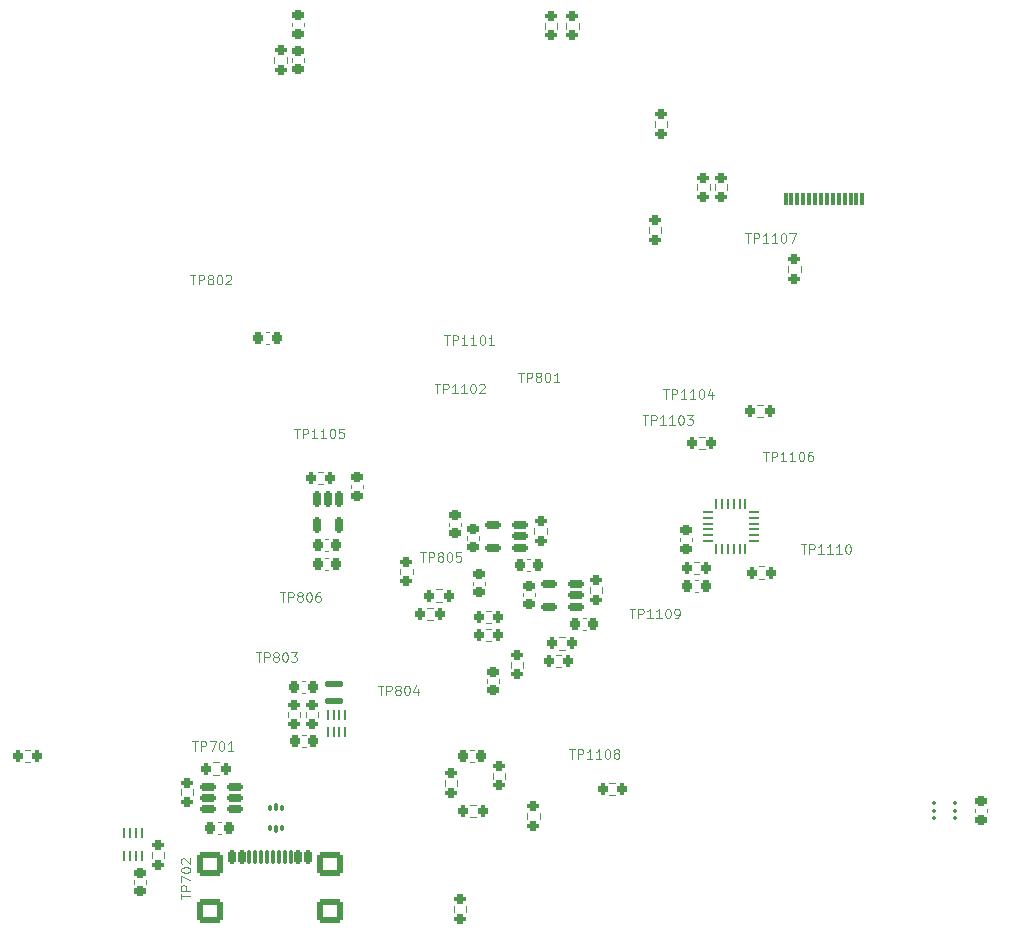
<source format=gbr>
%TF.GenerationSoftware,KiCad,Pcbnew,9.0.6+1*%
%TF.CreationDate,2026-01-21T18:29:13+00:00*%
%TF.ProjectId,Mainboard,4d61696e-626f-4617-9264-2e6b69636164,1.0.0 + (Unreleased)*%
%TF.SameCoordinates,Original*%
%TF.FileFunction,Legend,Top*%
%TF.FilePolarity,Positive*%
%FSLAX46Y46*%
G04 Gerber Fmt 4.6, Leading zero omitted, Abs format (unit mm)*
G04 Created by KiCad (PCBNEW 9.0.6+1) date 2026-01-21 18:29:13*
%MOMM*%
%LPD*%
G01*
G04 APERTURE LIST*
G04 Aperture macros list*
%AMRoundRect*
0 Rectangle with rounded corners*
0 $1 Rounding radius*
0 $2 $3 $4 $5 $6 $7 $8 $9 X,Y pos of 4 corners*
0 Add a 4 corners polygon primitive as box body*
4,1,4,$2,$3,$4,$5,$6,$7,$8,$9,$2,$3,0*
0 Add four circle primitives for the rounded corners*
1,1,$1+$1,$2,$3*
1,1,$1+$1,$4,$5*
1,1,$1+$1,$6,$7*
1,1,$1+$1,$8,$9*
0 Add four rect primitives between the rounded corners*
20,1,$1+$1,$2,$3,$4,$5,0*
20,1,$1+$1,$4,$5,$6,$7,0*
20,1,$1+$1,$6,$7,$8,$9,0*
20,1,$1+$1,$8,$9,$2,$3,0*%
%AMRotRect*
0 Rectangle, with rotation*
0 The origin of the aperture is its center*
0 $1 length*
0 $2 width*
0 $3 Rotation angle, in degrees counterclockwise*
0 Add horizontal line*
21,1,$1,$2,0,0,$3*%
%AMFreePoly0*
4,1,7,1.050000,-0.975000,-0.250000,-0.975000,-0.250000,-0.625000,-1.050000,-0.625000,-1.050000,0.975000,1.050000,0.975000,1.050000,-0.975000,1.050000,-0.975000,$1*%
%AMFreePoly1*
4,1,7,1.050000,-0.625000,0.250000,-0.625000,0.250000,-0.975000,-1.050000,-0.975000,-1.050000,0.975000,1.050000,0.975000,1.050000,-0.625000,1.050000,-0.625000,$1*%
G04 Aperture macros list end*
%ADD10C,0.120000*%
%ADD11R,1.000000X1.000000*%
%ADD12RoundRect,0.225000X0.250000X-0.225000X0.250000X0.225000X-0.250000X0.225000X-0.250000X-0.225000X0*%
%ADD13R,1.100000X0.400000*%
%ADD14RoundRect,0.225000X0.225000X0.250000X-0.225000X0.250000X-0.225000X-0.250000X0.225000X-0.250000X0*%
%ADD15RoundRect,0.200000X-0.200000X-0.275000X0.200000X-0.275000X0.200000X0.275000X-0.200000X0.275000X0*%
%ADD16RoundRect,0.200000X0.275000X-0.200000X0.275000X0.200000X-0.275000X0.200000X-0.275000X-0.200000X0*%
%ADD17RoundRect,0.225000X-0.250000X0.225000X-0.250000X-0.225000X0.250000X-0.225000X0.250000X0.225000X0*%
%ADD18RoundRect,0.200000X-0.275000X0.200000X-0.275000X-0.200000X0.275000X-0.200000X0.275000X0.200000X0*%
%ADD19R,0.850000X0.650000*%
%ADD20RoundRect,0.075000X0.075000X0.475000X-0.075000X0.475000X-0.075000X-0.475000X0.075000X-0.475000X0*%
%ADD21FreePoly0,180.000000*%
%ADD22FreePoly1,180.000000*%
%ADD23RoundRect,0.150000X0.512500X0.150000X-0.512500X0.150000X-0.512500X-0.150000X0.512500X-0.150000X0*%
%ADD24R,0.650000X0.170000*%
%ADD25RoundRect,0.200000X0.200000X0.275000X-0.200000X0.275000X-0.200000X-0.275000X0.200000X-0.275000X0*%
%ADD26RoundRect,0.093750X-0.093750X-0.106250X0.093750X-0.106250X0.093750X0.106250X-0.093750X0.106250X0*%
%ADD27R,1.000000X1.600000*%
%ADD28C,0.800000*%
%ADD29C,5.000000*%
%ADD30R,0.170000X0.650000*%
%ADD31RoundRect,0.062500X0.062500X-0.325000X0.062500X0.325000X-0.062500X0.325000X-0.062500X-0.325000X0*%
%ADD32R,1.200000X0.800000*%
%ADD33RoundRect,0.225000X-0.225000X-0.250000X0.225000X-0.250000X0.225000X0.250000X-0.225000X0.250000X0*%
%ADD34RoundRect,0.093750X0.093750X-0.156250X0.093750X0.156250X-0.093750X0.156250X-0.093750X-0.156250X0*%
%ADD35RoundRect,0.075000X0.075000X-0.250000X0.075000X0.250000X-0.075000X0.250000X-0.075000X-0.250000X0*%
%ADD36R,0.700000X0.270000*%
%ADD37RoundRect,0.062500X0.062500X-0.337500X0.062500X0.337500X-0.062500X0.337500X-0.062500X-0.337500X0*%
%ADD38R,0.200000X0.600000*%
%ADD39R,0.250000X0.150000*%
%ADD40R,0.600000X0.200000*%
%ADD41C,1.500000*%
%ADD42C,1.800000*%
%ADD43RoundRect,0.062500X0.062500X-0.375000X0.062500X0.375000X-0.062500X0.375000X-0.062500X-0.375000X0*%
%ADD44RoundRect,0.062500X0.375000X-0.062500X0.375000X0.062500X-0.375000X0.062500X-0.375000X-0.062500X0*%
%ADD45R,2.100000X2.100000*%
%ADD46R,1.500000X0.900000*%
%ADD47R,0.900000X1.500000*%
%ADD48R,3.900000X3.900000*%
%ADD49RoundRect,0.137500X0.662500X-0.137500X0.662500X0.137500X-0.662500X0.137500X-0.662500X-0.137500X0*%
%ADD50RoundRect,0.150000X-0.150000X0.512500X-0.150000X-0.512500X0.150000X-0.512500X0.150000X0.512500X0*%
%ADD51O,2.200000X3.500000*%
%ADD52R,1.500000X2.500000*%
%ADD53O,1.500000X2.500000*%
%ADD54R,1.000000X3.500000*%
%ADD55R,1.500000X3.400000*%
%ADD56R,1.400000X0.700000*%
%ADD57R,1.200000X0.700000*%
%ADD58R,0.800000X1.200000*%
%ADD59R,1.900000X1.500000*%
%ADD60RotRect,0.200000X0.200000X135.000000*%
%ADD61R,0.500000X0.500000*%
%ADD62R,1.400000X1.000000*%
%ADD63R,1.200000X1.200000*%
%ADD64R,3.200000X1.200000*%
%ADD65C,0.650000*%
%ADD66RoundRect,0.150000X-0.150000X-0.425000X0.150000X-0.425000X0.150000X0.425000X-0.150000X0.425000X0*%
%ADD67RoundRect,0.075000X-0.075000X-0.500000X0.075000X-0.500000X0.075000X0.500000X-0.075000X0.500000X0*%
%ADD68RoundRect,0.250000X-0.840000X-0.750000X0.840000X-0.750000X0.840000X0.750000X-0.840000X0.750000X0*%
%ADD69C,2.200000*%
%ADD70C,2.600000*%
%ADD71C,1.850000*%
G04 APERTURE END LIST*
D10*
X196528571Y-180763855D02*
X196985714Y-180763855D01*
X196757142Y-181563855D02*
X196757142Y-180763855D01*
X197252381Y-181563855D02*
X197252381Y-180763855D01*
X197252381Y-180763855D02*
X197557143Y-180763855D01*
X197557143Y-180763855D02*
X197633333Y-180801950D01*
X197633333Y-180801950D02*
X197671428Y-180840045D01*
X197671428Y-180840045D02*
X197709524Y-180916236D01*
X197709524Y-180916236D02*
X197709524Y-181030521D01*
X197709524Y-181030521D02*
X197671428Y-181106712D01*
X197671428Y-181106712D02*
X197633333Y-181144807D01*
X197633333Y-181144807D02*
X197557143Y-181182902D01*
X197557143Y-181182902D02*
X197252381Y-181182902D01*
X197976190Y-180763855D02*
X198509524Y-180763855D01*
X198509524Y-180763855D02*
X198166666Y-181563855D01*
X198966667Y-180763855D02*
X199042857Y-180763855D01*
X199042857Y-180763855D02*
X199119048Y-180801950D01*
X199119048Y-180801950D02*
X199157143Y-180840045D01*
X199157143Y-180840045D02*
X199195238Y-180916236D01*
X199195238Y-180916236D02*
X199233333Y-181068617D01*
X199233333Y-181068617D02*
X199233333Y-181259093D01*
X199233333Y-181259093D02*
X199195238Y-181411474D01*
X199195238Y-181411474D02*
X199157143Y-181487664D01*
X199157143Y-181487664D02*
X199119048Y-181525760D01*
X199119048Y-181525760D02*
X199042857Y-181563855D01*
X199042857Y-181563855D02*
X198966667Y-181563855D01*
X198966667Y-181563855D02*
X198890476Y-181525760D01*
X198890476Y-181525760D02*
X198852381Y-181487664D01*
X198852381Y-181487664D02*
X198814286Y-181411474D01*
X198814286Y-181411474D02*
X198776190Y-181259093D01*
X198776190Y-181259093D02*
X198776190Y-181068617D01*
X198776190Y-181068617D02*
X198814286Y-180916236D01*
X198814286Y-180916236D02*
X198852381Y-180840045D01*
X198852381Y-180840045D02*
X198890476Y-180801950D01*
X198890476Y-180801950D02*
X198966667Y-180763855D01*
X199995238Y-181563855D02*
X199538095Y-181563855D01*
X199766667Y-181563855D02*
X199766667Y-180763855D01*
X199766667Y-180763855D02*
X199690476Y-180878140D01*
X199690476Y-180878140D02*
X199614286Y-180954331D01*
X199614286Y-180954331D02*
X199538095Y-180992426D01*
X196328571Y-141301356D02*
X196785714Y-141301356D01*
X196557142Y-142101356D02*
X196557142Y-141301356D01*
X197052381Y-142101356D02*
X197052381Y-141301356D01*
X197052381Y-141301356D02*
X197357143Y-141301356D01*
X197357143Y-141301356D02*
X197433333Y-141339451D01*
X197433333Y-141339451D02*
X197471428Y-141377546D01*
X197471428Y-141377546D02*
X197509524Y-141453737D01*
X197509524Y-141453737D02*
X197509524Y-141568022D01*
X197509524Y-141568022D02*
X197471428Y-141644213D01*
X197471428Y-141644213D02*
X197433333Y-141682308D01*
X197433333Y-141682308D02*
X197357143Y-141720403D01*
X197357143Y-141720403D02*
X197052381Y-141720403D01*
X197966666Y-141644213D02*
X197890476Y-141606118D01*
X197890476Y-141606118D02*
X197852381Y-141568022D01*
X197852381Y-141568022D02*
X197814285Y-141491832D01*
X197814285Y-141491832D02*
X197814285Y-141453737D01*
X197814285Y-141453737D02*
X197852381Y-141377546D01*
X197852381Y-141377546D02*
X197890476Y-141339451D01*
X197890476Y-141339451D02*
X197966666Y-141301356D01*
X197966666Y-141301356D02*
X198119047Y-141301356D01*
X198119047Y-141301356D02*
X198195238Y-141339451D01*
X198195238Y-141339451D02*
X198233333Y-141377546D01*
X198233333Y-141377546D02*
X198271428Y-141453737D01*
X198271428Y-141453737D02*
X198271428Y-141491832D01*
X198271428Y-141491832D02*
X198233333Y-141568022D01*
X198233333Y-141568022D02*
X198195238Y-141606118D01*
X198195238Y-141606118D02*
X198119047Y-141644213D01*
X198119047Y-141644213D02*
X197966666Y-141644213D01*
X197966666Y-141644213D02*
X197890476Y-141682308D01*
X197890476Y-141682308D02*
X197852381Y-141720403D01*
X197852381Y-141720403D02*
X197814285Y-141796594D01*
X197814285Y-141796594D02*
X197814285Y-141948975D01*
X197814285Y-141948975D02*
X197852381Y-142025165D01*
X197852381Y-142025165D02*
X197890476Y-142063261D01*
X197890476Y-142063261D02*
X197966666Y-142101356D01*
X197966666Y-142101356D02*
X198119047Y-142101356D01*
X198119047Y-142101356D02*
X198195238Y-142063261D01*
X198195238Y-142063261D02*
X198233333Y-142025165D01*
X198233333Y-142025165D02*
X198271428Y-141948975D01*
X198271428Y-141948975D02*
X198271428Y-141796594D01*
X198271428Y-141796594D02*
X198233333Y-141720403D01*
X198233333Y-141720403D02*
X198195238Y-141682308D01*
X198195238Y-141682308D02*
X198119047Y-141644213D01*
X198766667Y-141301356D02*
X198842857Y-141301356D01*
X198842857Y-141301356D02*
X198919048Y-141339451D01*
X198919048Y-141339451D02*
X198957143Y-141377546D01*
X198957143Y-141377546D02*
X198995238Y-141453737D01*
X198995238Y-141453737D02*
X199033333Y-141606118D01*
X199033333Y-141606118D02*
X199033333Y-141796594D01*
X199033333Y-141796594D02*
X198995238Y-141948975D01*
X198995238Y-141948975D02*
X198957143Y-142025165D01*
X198957143Y-142025165D02*
X198919048Y-142063261D01*
X198919048Y-142063261D02*
X198842857Y-142101356D01*
X198842857Y-142101356D02*
X198766667Y-142101356D01*
X198766667Y-142101356D02*
X198690476Y-142063261D01*
X198690476Y-142063261D02*
X198652381Y-142025165D01*
X198652381Y-142025165D02*
X198614286Y-141948975D01*
X198614286Y-141948975D02*
X198576190Y-141796594D01*
X198576190Y-141796594D02*
X198576190Y-141606118D01*
X198576190Y-141606118D02*
X198614286Y-141453737D01*
X198614286Y-141453737D02*
X198652381Y-141377546D01*
X198652381Y-141377546D02*
X198690476Y-141339451D01*
X198690476Y-141339451D02*
X198766667Y-141301356D01*
X199338095Y-141377546D02*
X199376191Y-141339451D01*
X199376191Y-141339451D02*
X199452381Y-141301356D01*
X199452381Y-141301356D02*
X199642857Y-141301356D01*
X199642857Y-141301356D02*
X199719048Y-141339451D01*
X199719048Y-141339451D02*
X199757143Y-141377546D01*
X199757143Y-141377546D02*
X199795238Y-141453737D01*
X199795238Y-141453737D02*
X199795238Y-141529927D01*
X199795238Y-141529927D02*
X199757143Y-141644213D01*
X199757143Y-141644213D02*
X199300000Y-142101356D01*
X199300000Y-142101356D02*
X199795238Y-142101356D01*
X203928571Y-168163855D02*
X204385714Y-168163855D01*
X204157142Y-168963855D02*
X204157142Y-168163855D01*
X204652381Y-168963855D02*
X204652381Y-168163855D01*
X204652381Y-168163855D02*
X204957143Y-168163855D01*
X204957143Y-168163855D02*
X205033333Y-168201950D01*
X205033333Y-168201950D02*
X205071428Y-168240045D01*
X205071428Y-168240045D02*
X205109524Y-168316236D01*
X205109524Y-168316236D02*
X205109524Y-168430521D01*
X205109524Y-168430521D02*
X205071428Y-168506712D01*
X205071428Y-168506712D02*
X205033333Y-168544807D01*
X205033333Y-168544807D02*
X204957143Y-168582902D01*
X204957143Y-168582902D02*
X204652381Y-168582902D01*
X205566666Y-168506712D02*
X205490476Y-168468617D01*
X205490476Y-168468617D02*
X205452381Y-168430521D01*
X205452381Y-168430521D02*
X205414285Y-168354331D01*
X205414285Y-168354331D02*
X205414285Y-168316236D01*
X205414285Y-168316236D02*
X205452381Y-168240045D01*
X205452381Y-168240045D02*
X205490476Y-168201950D01*
X205490476Y-168201950D02*
X205566666Y-168163855D01*
X205566666Y-168163855D02*
X205719047Y-168163855D01*
X205719047Y-168163855D02*
X205795238Y-168201950D01*
X205795238Y-168201950D02*
X205833333Y-168240045D01*
X205833333Y-168240045D02*
X205871428Y-168316236D01*
X205871428Y-168316236D02*
X205871428Y-168354331D01*
X205871428Y-168354331D02*
X205833333Y-168430521D01*
X205833333Y-168430521D02*
X205795238Y-168468617D01*
X205795238Y-168468617D02*
X205719047Y-168506712D01*
X205719047Y-168506712D02*
X205566666Y-168506712D01*
X205566666Y-168506712D02*
X205490476Y-168544807D01*
X205490476Y-168544807D02*
X205452381Y-168582902D01*
X205452381Y-168582902D02*
X205414285Y-168659093D01*
X205414285Y-168659093D02*
X205414285Y-168811474D01*
X205414285Y-168811474D02*
X205452381Y-168887664D01*
X205452381Y-168887664D02*
X205490476Y-168925760D01*
X205490476Y-168925760D02*
X205566666Y-168963855D01*
X205566666Y-168963855D02*
X205719047Y-168963855D01*
X205719047Y-168963855D02*
X205795238Y-168925760D01*
X205795238Y-168925760D02*
X205833333Y-168887664D01*
X205833333Y-168887664D02*
X205871428Y-168811474D01*
X205871428Y-168811474D02*
X205871428Y-168659093D01*
X205871428Y-168659093D02*
X205833333Y-168582902D01*
X205833333Y-168582902D02*
X205795238Y-168544807D01*
X205795238Y-168544807D02*
X205719047Y-168506712D01*
X206366667Y-168163855D02*
X206442857Y-168163855D01*
X206442857Y-168163855D02*
X206519048Y-168201950D01*
X206519048Y-168201950D02*
X206557143Y-168240045D01*
X206557143Y-168240045D02*
X206595238Y-168316236D01*
X206595238Y-168316236D02*
X206633333Y-168468617D01*
X206633333Y-168468617D02*
X206633333Y-168659093D01*
X206633333Y-168659093D02*
X206595238Y-168811474D01*
X206595238Y-168811474D02*
X206557143Y-168887664D01*
X206557143Y-168887664D02*
X206519048Y-168925760D01*
X206519048Y-168925760D02*
X206442857Y-168963855D01*
X206442857Y-168963855D02*
X206366667Y-168963855D01*
X206366667Y-168963855D02*
X206290476Y-168925760D01*
X206290476Y-168925760D02*
X206252381Y-168887664D01*
X206252381Y-168887664D02*
X206214286Y-168811474D01*
X206214286Y-168811474D02*
X206176190Y-168659093D01*
X206176190Y-168659093D02*
X206176190Y-168468617D01*
X206176190Y-168468617D02*
X206214286Y-168316236D01*
X206214286Y-168316236D02*
X206252381Y-168240045D01*
X206252381Y-168240045D02*
X206290476Y-168201950D01*
X206290476Y-168201950D02*
X206366667Y-168163855D01*
X207319048Y-168163855D02*
X207166667Y-168163855D01*
X207166667Y-168163855D02*
X207090476Y-168201950D01*
X207090476Y-168201950D02*
X207052381Y-168240045D01*
X207052381Y-168240045D02*
X206976191Y-168354331D01*
X206976191Y-168354331D02*
X206938095Y-168506712D01*
X206938095Y-168506712D02*
X206938095Y-168811474D01*
X206938095Y-168811474D02*
X206976191Y-168887664D01*
X206976191Y-168887664D02*
X207014286Y-168925760D01*
X207014286Y-168925760D02*
X207090476Y-168963855D01*
X207090476Y-168963855D02*
X207242857Y-168963855D01*
X207242857Y-168963855D02*
X207319048Y-168925760D01*
X207319048Y-168925760D02*
X207357143Y-168887664D01*
X207357143Y-168887664D02*
X207395238Y-168811474D01*
X207395238Y-168811474D02*
X207395238Y-168620998D01*
X207395238Y-168620998D02*
X207357143Y-168544807D01*
X207357143Y-168544807D02*
X207319048Y-168506712D01*
X207319048Y-168506712D02*
X207242857Y-168468617D01*
X207242857Y-168468617D02*
X207090476Y-168468617D01*
X207090476Y-168468617D02*
X207014286Y-168506712D01*
X207014286Y-168506712D02*
X206976191Y-168544807D01*
X206976191Y-168544807D02*
X206938095Y-168620998D01*
X224128571Y-149563855D02*
X224585714Y-149563855D01*
X224357142Y-150363855D02*
X224357142Y-149563855D01*
X224852381Y-150363855D02*
X224852381Y-149563855D01*
X224852381Y-149563855D02*
X225157143Y-149563855D01*
X225157143Y-149563855D02*
X225233333Y-149601950D01*
X225233333Y-149601950D02*
X225271428Y-149640045D01*
X225271428Y-149640045D02*
X225309524Y-149716236D01*
X225309524Y-149716236D02*
X225309524Y-149830521D01*
X225309524Y-149830521D02*
X225271428Y-149906712D01*
X225271428Y-149906712D02*
X225233333Y-149944807D01*
X225233333Y-149944807D02*
X225157143Y-149982902D01*
X225157143Y-149982902D02*
X224852381Y-149982902D01*
X225766666Y-149906712D02*
X225690476Y-149868617D01*
X225690476Y-149868617D02*
X225652381Y-149830521D01*
X225652381Y-149830521D02*
X225614285Y-149754331D01*
X225614285Y-149754331D02*
X225614285Y-149716236D01*
X225614285Y-149716236D02*
X225652381Y-149640045D01*
X225652381Y-149640045D02*
X225690476Y-149601950D01*
X225690476Y-149601950D02*
X225766666Y-149563855D01*
X225766666Y-149563855D02*
X225919047Y-149563855D01*
X225919047Y-149563855D02*
X225995238Y-149601950D01*
X225995238Y-149601950D02*
X226033333Y-149640045D01*
X226033333Y-149640045D02*
X226071428Y-149716236D01*
X226071428Y-149716236D02*
X226071428Y-149754331D01*
X226071428Y-149754331D02*
X226033333Y-149830521D01*
X226033333Y-149830521D02*
X225995238Y-149868617D01*
X225995238Y-149868617D02*
X225919047Y-149906712D01*
X225919047Y-149906712D02*
X225766666Y-149906712D01*
X225766666Y-149906712D02*
X225690476Y-149944807D01*
X225690476Y-149944807D02*
X225652381Y-149982902D01*
X225652381Y-149982902D02*
X225614285Y-150059093D01*
X225614285Y-150059093D02*
X225614285Y-150211474D01*
X225614285Y-150211474D02*
X225652381Y-150287664D01*
X225652381Y-150287664D02*
X225690476Y-150325760D01*
X225690476Y-150325760D02*
X225766666Y-150363855D01*
X225766666Y-150363855D02*
X225919047Y-150363855D01*
X225919047Y-150363855D02*
X225995238Y-150325760D01*
X225995238Y-150325760D02*
X226033333Y-150287664D01*
X226033333Y-150287664D02*
X226071428Y-150211474D01*
X226071428Y-150211474D02*
X226071428Y-150059093D01*
X226071428Y-150059093D02*
X226033333Y-149982902D01*
X226033333Y-149982902D02*
X225995238Y-149944807D01*
X225995238Y-149944807D02*
X225919047Y-149906712D01*
X226566667Y-149563855D02*
X226642857Y-149563855D01*
X226642857Y-149563855D02*
X226719048Y-149601950D01*
X226719048Y-149601950D02*
X226757143Y-149640045D01*
X226757143Y-149640045D02*
X226795238Y-149716236D01*
X226795238Y-149716236D02*
X226833333Y-149868617D01*
X226833333Y-149868617D02*
X226833333Y-150059093D01*
X226833333Y-150059093D02*
X226795238Y-150211474D01*
X226795238Y-150211474D02*
X226757143Y-150287664D01*
X226757143Y-150287664D02*
X226719048Y-150325760D01*
X226719048Y-150325760D02*
X226642857Y-150363855D01*
X226642857Y-150363855D02*
X226566667Y-150363855D01*
X226566667Y-150363855D02*
X226490476Y-150325760D01*
X226490476Y-150325760D02*
X226452381Y-150287664D01*
X226452381Y-150287664D02*
X226414286Y-150211474D01*
X226414286Y-150211474D02*
X226376190Y-150059093D01*
X226376190Y-150059093D02*
X226376190Y-149868617D01*
X226376190Y-149868617D02*
X226414286Y-149716236D01*
X226414286Y-149716236D02*
X226452381Y-149640045D01*
X226452381Y-149640045D02*
X226490476Y-149601950D01*
X226490476Y-149601950D02*
X226566667Y-149563855D01*
X227595238Y-150363855D02*
X227138095Y-150363855D01*
X227366667Y-150363855D02*
X227366667Y-149563855D01*
X227366667Y-149563855D02*
X227290476Y-149678140D01*
X227290476Y-149678140D02*
X227214286Y-149754331D01*
X227214286Y-149754331D02*
X227138095Y-149792426D01*
X217847618Y-146415855D02*
X218304761Y-146415855D01*
X218076189Y-147215855D02*
X218076189Y-146415855D01*
X218571428Y-147215855D02*
X218571428Y-146415855D01*
X218571428Y-146415855D02*
X218876190Y-146415855D01*
X218876190Y-146415855D02*
X218952380Y-146453950D01*
X218952380Y-146453950D02*
X218990475Y-146492045D01*
X218990475Y-146492045D02*
X219028571Y-146568236D01*
X219028571Y-146568236D02*
X219028571Y-146682521D01*
X219028571Y-146682521D02*
X218990475Y-146758712D01*
X218990475Y-146758712D02*
X218952380Y-146796807D01*
X218952380Y-146796807D02*
X218876190Y-146834902D01*
X218876190Y-146834902D02*
X218571428Y-146834902D01*
X219790475Y-147215855D02*
X219333332Y-147215855D01*
X219561904Y-147215855D02*
X219561904Y-146415855D01*
X219561904Y-146415855D02*
X219485713Y-146530140D01*
X219485713Y-146530140D02*
X219409523Y-146606331D01*
X219409523Y-146606331D02*
X219333332Y-146644426D01*
X220552380Y-147215855D02*
X220095237Y-147215855D01*
X220323809Y-147215855D02*
X220323809Y-146415855D01*
X220323809Y-146415855D02*
X220247618Y-146530140D01*
X220247618Y-146530140D02*
X220171428Y-146606331D01*
X220171428Y-146606331D02*
X220095237Y-146644426D01*
X221047619Y-146415855D02*
X221123809Y-146415855D01*
X221123809Y-146415855D02*
X221200000Y-146453950D01*
X221200000Y-146453950D02*
X221238095Y-146492045D01*
X221238095Y-146492045D02*
X221276190Y-146568236D01*
X221276190Y-146568236D02*
X221314285Y-146720617D01*
X221314285Y-146720617D02*
X221314285Y-146911093D01*
X221314285Y-146911093D02*
X221276190Y-147063474D01*
X221276190Y-147063474D02*
X221238095Y-147139664D01*
X221238095Y-147139664D02*
X221200000Y-147177760D01*
X221200000Y-147177760D02*
X221123809Y-147215855D01*
X221123809Y-147215855D02*
X221047619Y-147215855D01*
X221047619Y-147215855D02*
X220971428Y-147177760D01*
X220971428Y-147177760D02*
X220933333Y-147139664D01*
X220933333Y-147139664D02*
X220895238Y-147063474D01*
X220895238Y-147063474D02*
X220857142Y-146911093D01*
X220857142Y-146911093D02*
X220857142Y-146720617D01*
X220857142Y-146720617D02*
X220895238Y-146568236D01*
X220895238Y-146568236D02*
X220933333Y-146492045D01*
X220933333Y-146492045D02*
X220971428Y-146453950D01*
X220971428Y-146453950D02*
X221047619Y-146415855D01*
X222076190Y-147215855D02*
X221619047Y-147215855D01*
X221847619Y-147215855D02*
X221847619Y-146415855D01*
X221847619Y-146415855D02*
X221771428Y-146530140D01*
X221771428Y-146530140D02*
X221695238Y-146606331D01*
X221695238Y-146606331D02*
X221619047Y-146644426D01*
X233547618Y-169563855D02*
X234004761Y-169563855D01*
X233776189Y-170363855D02*
X233776189Y-169563855D01*
X234271428Y-170363855D02*
X234271428Y-169563855D01*
X234271428Y-169563855D02*
X234576190Y-169563855D01*
X234576190Y-169563855D02*
X234652380Y-169601950D01*
X234652380Y-169601950D02*
X234690475Y-169640045D01*
X234690475Y-169640045D02*
X234728571Y-169716236D01*
X234728571Y-169716236D02*
X234728571Y-169830521D01*
X234728571Y-169830521D02*
X234690475Y-169906712D01*
X234690475Y-169906712D02*
X234652380Y-169944807D01*
X234652380Y-169944807D02*
X234576190Y-169982902D01*
X234576190Y-169982902D02*
X234271428Y-169982902D01*
X235490475Y-170363855D02*
X235033332Y-170363855D01*
X235261904Y-170363855D02*
X235261904Y-169563855D01*
X235261904Y-169563855D02*
X235185713Y-169678140D01*
X235185713Y-169678140D02*
X235109523Y-169754331D01*
X235109523Y-169754331D02*
X235033332Y-169792426D01*
X236252380Y-170363855D02*
X235795237Y-170363855D01*
X236023809Y-170363855D02*
X236023809Y-169563855D01*
X236023809Y-169563855D02*
X235947618Y-169678140D01*
X235947618Y-169678140D02*
X235871428Y-169754331D01*
X235871428Y-169754331D02*
X235795237Y-169792426D01*
X236747619Y-169563855D02*
X236823809Y-169563855D01*
X236823809Y-169563855D02*
X236900000Y-169601950D01*
X236900000Y-169601950D02*
X236938095Y-169640045D01*
X236938095Y-169640045D02*
X236976190Y-169716236D01*
X236976190Y-169716236D02*
X237014285Y-169868617D01*
X237014285Y-169868617D02*
X237014285Y-170059093D01*
X237014285Y-170059093D02*
X236976190Y-170211474D01*
X236976190Y-170211474D02*
X236938095Y-170287664D01*
X236938095Y-170287664D02*
X236900000Y-170325760D01*
X236900000Y-170325760D02*
X236823809Y-170363855D01*
X236823809Y-170363855D02*
X236747619Y-170363855D01*
X236747619Y-170363855D02*
X236671428Y-170325760D01*
X236671428Y-170325760D02*
X236633333Y-170287664D01*
X236633333Y-170287664D02*
X236595238Y-170211474D01*
X236595238Y-170211474D02*
X236557142Y-170059093D01*
X236557142Y-170059093D02*
X236557142Y-169868617D01*
X236557142Y-169868617D02*
X236595238Y-169716236D01*
X236595238Y-169716236D02*
X236633333Y-169640045D01*
X236633333Y-169640045D02*
X236671428Y-169601950D01*
X236671428Y-169601950D02*
X236747619Y-169563855D01*
X237395238Y-170363855D02*
X237547619Y-170363855D01*
X237547619Y-170363855D02*
X237623809Y-170325760D01*
X237623809Y-170325760D02*
X237661905Y-170287664D01*
X237661905Y-170287664D02*
X237738095Y-170173379D01*
X237738095Y-170173379D02*
X237776190Y-170020998D01*
X237776190Y-170020998D02*
X237776190Y-169716236D01*
X237776190Y-169716236D02*
X237738095Y-169640045D01*
X237738095Y-169640045D02*
X237700000Y-169601950D01*
X237700000Y-169601950D02*
X237623809Y-169563855D01*
X237623809Y-169563855D02*
X237471428Y-169563855D01*
X237471428Y-169563855D02*
X237395238Y-169601950D01*
X237395238Y-169601950D02*
X237357143Y-169640045D01*
X237357143Y-169640045D02*
X237319047Y-169716236D01*
X237319047Y-169716236D02*
X237319047Y-169906712D01*
X237319047Y-169906712D02*
X237357143Y-169982902D01*
X237357143Y-169982902D02*
X237395238Y-170020998D01*
X237395238Y-170020998D02*
X237471428Y-170059093D01*
X237471428Y-170059093D02*
X237623809Y-170059093D01*
X237623809Y-170059093D02*
X237700000Y-170020998D01*
X237700000Y-170020998D02*
X237738095Y-169982902D01*
X237738095Y-169982902D02*
X237776190Y-169906712D01*
X244847618Y-156263855D02*
X245304761Y-156263855D01*
X245076189Y-157063855D02*
X245076189Y-156263855D01*
X245571428Y-157063855D02*
X245571428Y-156263855D01*
X245571428Y-156263855D02*
X245876190Y-156263855D01*
X245876190Y-156263855D02*
X245952380Y-156301950D01*
X245952380Y-156301950D02*
X245990475Y-156340045D01*
X245990475Y-156340045D02*
X246028571Y-156416236D01*
X246028571Y-156416236D02*
X246028571Y-156530521D01*
X246028571Y-156530521D02*
X245990475Y-156606712D01*
X245990475Y-156606712D02*
X245952380Y-156644807D01*
X245952380Y-156644807D02*
X245876190Y-156682902D01*
X245876190Y-156682902D02*
X245571428Y-156682902D01*
X246790475Y-157063855D02*
X246333332Y-157063855D01*
X246561904Y-157063855D02*
X246561904Y-156263855D01*
X246561904Y-156263855D02*
X246485713Y-156378140D01*
X246485713Y-156378140D02*
X246409523Y-156454331D01*
X246409523Y-156454331D02*
X246333332Y-156492426D01*
X247552380Y-157063855D02*
X247095237Y-157063855D01*
X247323809Y-157063855D02*
X247323809Y-156263855D01*
X247323809Y-156263855D02*
X247247618Y-156378140D01*
X247247618Y-156378140D02*
X247171428Y-156454331D01*
X247171428Y-156454331D02*
X247095237Y-156492426D01*
X248047619Y-156263855D02*
X248123809Y-156263855D01*
X248123809Y-156263855D02*
X248200000Y-156301950D01*
X248200000Y-156301950D02*
X248238095Y-156340045D01*
X248238095Y-156340045D02*
X248276190Y-156416236D01*
X248276190Y-156416236D02*
X248314285Y-156568617D01*
X248314285Y-156568617D02*
X248314285Y-156759093D01*
X248314285Y-156759093D02*
X248276190Y-156911474D01*
X248276190Y-156911474D02*
X248238095Y-156987664D01*
X248238095Y-156987664D02*
X248200000Y-157025760D01*
X248200000Y-157025760D02*
X248123809Y-157063855D01*
X248123809Y-157063855D02*
X248047619Y-157063855D01*
X248047619Y-157063855D02*
X247971428Y-157025760D01*
X247971428Y-157025760D02*
X247933333Y-156987664D01*
X247933333Y-156987664D02*
X247895238Y-156911474D01*
X247895238Y-156911474D02*
X247857142Y-156759093D01*
X247857142Y-156759093D02*
X247857142Y-156568617D01*
X247857142Y-156568617D02*
X247895238Y-156416236D01*
X247895238Y-156416236D02*
X247933333Y-156340045D01*
X247933333Y-156340045D02*
X247971428Y-156301950D01*
X247971428Y-156301950D02*
X248047619Y-156263855D01*
X249000000Y-156263855D02*
X248847619Y-156263855D01*
X248847619Y-156263855D02*
X248771428Y-156301950D01*
X248771428Y-156301950D02*
X248733333Y-156340045D01*
X248733333Y-156340045D02*
X248657143Y-156454331D01*
X248657143Y-156454331D02*
X248619047Y-156606712D01*
X248619047Y-156606712D02*
X248619047Y-156911474D01*
X248619047Y-156911474D02*
X248657143Y-156987664D01*
X248657143Y-156987664D02*
X248695238Y-157025760D01*
X248695238Y-157025760D02*
X248771428Y-157063855D01*
X248771428Y-157063855D02*
X248923809Y-157063855D01*
X248923809Y-157063855D02*
X249000000Y-157025760D01*
X249000000Y-157025760D02*
X249038095Y-156987664D01*
X249038095Y-156987664D02*
X249076190Y-156911474D01*
X249076190Y-156911474D02*
X249076190Y-156720998D01*
X249076190Y-156720998D02*
X249038095Y-156644807D01*
X249038095Y-156644807D02*
X249000000Y-156606712D01*
X249000000Y-156606712D02*
X248923809Y-156568617D01*
X248923809Y-156568617D02*
X248771428Y-156568617D01*
X248771428Y-156568617D02*
X248695238Y-156606712D01*
X248695238Y-156606712D02*
X248657143Y-156644807D01*
X248657143Y-156644807D02*
X248619047Y-156720998D01*
X212228571Y-176063855D02*
X212685714Y-176063855D01*
X212457142Y-176863855D02*
X212457142Y-176063855D01*
X212952381Y-176863855D02*
X212952381Y-176063855D01*
X212952381Y-176063855D02*
X213257143Y-176063855D01*
X213257143Y-176063855D02*
X213333333Y-176101950D01*
X213333333Y-176101950D02*
X213371428Y-176140045D01*
X213371428Y-176140045D02*
X213409524Y-176216236D01*
X213409524Y-176216236D02*
X213409524Y-176330521D01*
X213409524Y-176330521D02*
X213371428Y-176406712D01*
X213371428Y-176406712D02*
X213333333Y-176444807D01*
X213333333Y-176444807D02*
X213257143Y-176482902D01*
X213257143Y-176482902D02*
X212952381Y-176482902D01*
X213866666Y-176406712D02*
X213790476Y-176368617D01*
X213790476Y-176368617D02*
X213752381Y-176330521D01*
X213752381Y-176330521D02*
X213714285Y-176254331D01*
X213714285Y-176254331D02*
X213714285Y-176216236D01*
X213714285Y-176216236D02*
X213752381Y-176140045D01*
X213752381Y-176140045D02*
X213790476Y-176101950D01*
X213790476Y-176101950D02*
X213866666Y-176063855D01*
X213866666Y-176063855D02*
X214019047Y-176063855D01*
X214019047Y-176063855D02*
X214095238Y-176101950D01*
X214095238Y-176101950D02*
X214133333Y-176140045D01*
X214133333Y-176140045D02*
X214171428Y-176216236D01*
X214171428Y-176216236D02*
X214171428Y-176254331D01*
X214171428Y-176254331D02*
X214133333Y-176330521D01*
X214133333Y-176330521D02*
X214095238Y-176368617D01*
X214095238Y-176368617D02*
X214019047Y-176406712D01*
X214019047Y-176406712D02*
X213866666Y-176406712D01*
X213866666Y-176406712D02*
X213790476Y-176444807D01*
X213790476Y-176444807D02*
X213752381Y-176482902D01*
X213752381Y-176482902D02*
X213714285Y-176559093D01*
X213714285Y-176559093D02*
X213714285Y-176711474D01*
X213714285Y-176711474D02*
X213752381Y-176787664D01*
X213752381Y-176787664D02*
X213790476Y-176825760D01*
X213790476Y-176825760D02*
X213866666Y-176863855D01*
X213866666Y-176863855D02*
X214019047Y-176863855D01*
X214019047Y-176863855D02*
X214095238Y-176825760D01*
X214095238Y-176825760D02*
X214133333Y-176787664D01*
X214133333Y-176787664D02*
X214171428Y-176711474D01*
X214171428Y-176711474D02*
X214171428Y-176559093D01*
X214171428Y-176559093D02*
X214133333Y-176482902D01*
X214133333Y-176482902D02*
X214095238Y-176444807D01*
X214095238Y-176444807D02*
X214019047Y-176406712D01*
X214666667Y-176063855D02*
X214742857Y-176063855D01*
X214742857Y-176063855D02*
X214819048Y-176101950D01*
X214819048Y-176101950D02*
X214857143Y-176140045D01*
X214857143Y-176140045D02*
X214895238Y-176216236D01*
X214895238Y-176216236D02*
X214933333Y-176368617D01*
X214933333Y-176368617D02*
X214933333Y-176559093D01*
X214933333Y-176559093D02*
X214895238Y-176711474D01*
X214895238Y-176711474D02*
X214857143Y-176787664D01*
X214857143Y-176787664D02*
X214819048Y-176825760D01*
X214819048Y-176825760D02*
X214742857Y-176863855D01*
X214742857Y-176863855D02*
X214666667Y-176863855D01*
X214666667Y-176863855D02*
X214590476Y-176825760D01*
X214590476Y-176825760D02*
X214552381Y-176787664D01*
X214552381Y-176787664D02*
X214514286Y-176711474D01*
X214514286Y-176711474D02*
X214476190Y-176559093D01*
X214476190Y-176559093D02*
X214476190Y-176368617D01*
X214476190Y-176368617D02*
X214514286Y-176216236D01*
X214514286Y-176216236D02*
X214552381Y-176140045D01*
X214552381Y-176140045D02*
X214590476Y-176101950D01*
X214590476Y-176101950D02*
X214666667Y-176063855D01*
X215619048Y-176330521D02*
X215619048Y-176863855D01*
X215428572Y-176025760D02*
X215238095Y-176597188D01*
X215238095Y-176597188D02*
X215733334Y-176597188D01*
X201903571Y-173263855D02*
X202360714Y-173263855D01*
X202132142Y-174063855D02*
X202132142Y-173263855D01*
X202627381Y-174063855D02*
X202627381Y-173263855D01*
X202627381Y-173263855D02*
X202932143Y-173263855D01*
X202932143Y-173263855D02*
X203008333Y-173301950D01*
X203008333Y-173301950D02*
X203046428Y-173340045D01*
X203046428Y-173340045D02*
X203084524Y-173416236D01*
X203084524Y-173416236D02*
X203084524Y-173530521D01*
X203084524Y-173530521D02*
X203046428Y-173606712D01*
X203046428Y-173606712D02*
X203008333Y-173644807D01*
X203008333Y-173644807D02*
X202932143Y-173682902D01*
X202932143Y-173682902D02*
X202627381Y-173682902D01*
X203541666Y-173606712D02*
X203465476Y-173568617D01*
X203465476Y-173568617D02*
X203427381Y-173530521D01*
X203427381Y-173530521D02*
X203389285Y-173454331D01*
X203389285Y-173454331D02*
X203389285Y-173416236D01*
X203389285Y-173416236D02*
X203427381Y-173340045D01*
X203427381Y-173340045D02*
X203465476Y-173301950D01*
X203465476Y-173301950D02*
X203541666Y-173263855D01*
X203541666Y-173263855D02*
X203694047Y-173263855D01*
X203694047Y-173263855D02*
X203770238Y-173301950D01*
X203770238Y-173301950D02*
X203808333Y-173340045D01*
X203808333Y-173340045D02*
X203846428Y-173416236D01*
X203846428Y-173416236D02*
X203846428Y-173454331D01*
X203846428Y-173454331D02*
X203808333Y-173530521D01*
X203808333Y-173530521D02*
X203770238Y-173568617D01*
X203770238Y-173568617D02*
X203694047Y-173606712D01*
X203694047Y-173606712D02*
X203541666Y-173606712D01*
X203541666Y-173606712D02*
X203465476Y-173644807D01*
X203465476Y-173644807D02*
X203427381Y-173682902D01*
X203427381Y-173682902D02*
X203389285Y-173759093D01*
X203389285Y-173759093D02*
X203389285Y-173911474D01*
X203389285Y-173911474D02*
X203427381Y-173987664D01*
X203427381Y-173987664D02*
X203465476Y-174025760D01*
X203465476Y-174025760D02*
X203541666Y-174063855D01*
X203541666Y-174063855D02*
X203694047Y-174063855D01*
X203694047Y-174063855D02*
X203770238Y-174025760D01*
X203770238Y-174025760D02*
X203808333Y-173987664D01*
X203808333Y-173987664D02*
X203846428Y-173911474D01*
X203846428Y-173911474D02*
X203846428Y-173759093D01*
X203846428Y-173759093D02*
X203808333Y-173682902D01*
X203808333Y-173682902D02*
X203770238Y-173644807D01*
X203770238Y-173644807D02*
X203694047Y-173606712D01*
X204341667Y-173263855D02*
X204417857Y-173263855D01*
X204417857Y-173263855D02*
X204494048Y-173301950D01*
X204494048Y-173301950D02*
X204532143Y-173340045D01*
X204532143Y-173340045D02*
X204570238Y-173416236D01*
X204570238Y-173416236D02*
X204608333Y-173568617D01*
X204608333Y-173568617D02*
X204608333Y-173759093D01*
X204608333Y-173759093D02*
X204570238Y-173911474D01*
X204570238Y-173911474D02*
X204532143Y-173987664D01*
X204532143Y-173987664D02*
X204494048Y-174025760D01*
X204494048Y-174025760D02*
X204417857Y-174063855D01*
X204417857Y-174063855D02*
X204341667Y-174063855D01*
X204341667Y-174063855D02*
X204265476Y-174025760D01*
X204265476Y-174025760D02*
X204227381Y-173987664D01*
X204227381Y-173987664D02*
X204189286Y-173911474D01*
X204189286Y-173911474D02*
X204151190Y-173759093D01*
X204151190Y-173759093D02*
X204151190Y-173568617D01*
X204151190Y-173568617D02*
X204189286Y-173416236D01*
X204189286Y-173416236D02*
X204227381Y-173340045D01*
X204227381Y-173340045D02*
X204265476Y-173301950D01*
X204265476Y-173301950D02*
X204341667Y-173263855D01*
X204875000Y-173263855D02*
X205370238Y-173263855D01*
X205370238Y-173263855D02*
X205103572Y-173568617D01*
X205103572Y-173568617D02*
X205217857Y-173568617D01*
X205217857Y-173568617D02*
X205294048Y-173606712D01*
X205294048Y-173606712D02*
X205332143Y-173644807D01*
X205332143Y-173644807D02*
X205370238Y-173720998D01*
X205370238Y-173720998D02*
X205370238Y-173911474D01*
X205370238Y-173911474D02*
X205332143Y-173987664D01*
X205332143Y-173987664D02*
X205294048Y-174025760D01*
X205294048Y-174025760D02*
X205217857Y-174063855D01*
X205217857Y-174063855D02*
X204989286Y-174063855D01*
X204989286Y-174063855D02*
X204913095Y-174025760D01*
X204913095Y-174025760D02*
X204875000Y-173987664D01*
X215828571Y-164763855D02*
X216285714Y-164763855D01*
X216057142Y-165563855D02*
X216057142Y-164763855D01*
X216552381Y-165563855D02*
X216552381Y-164763855D01*
X216552381Y-164763855D02*
X216857143Y-164763855D01*
X216857143Y-164763855D02*
X216933333Y-164801950D01*
X216933333Y-164801950D02*
X216971428Y-164840045D01*
X216971428Y-164840045D02*
X217009524Y-164916236D01*
X217009524Y-164916236D02*
X217009524Y-165030521D01*
X217009524Y-165030521D02*
X216971428Y-165106712D01*
X216971428Y-165106712D02*
X216933333Y-165144807D01*
X216933333Y-165144807D02*
X216857143Y-165182902D01*
X216857143Y-165182902D02*
X216552381Y-165182902D01*
X217466666Y-165106712D02*
X217390476Y-165068617D01*
X217390476Y-165068617D02*
X217352381Y-165030521D01*
X217352381Y-165030521D02*
X217314285Y-164954331D01*
X217314285Y-164954331D02*
X217314285Y-164916236D01*
X217314285Y-164916236D02*
X217352381Y-164840045D01*
X217352381Y-164840045D02*
X217390476Y-164801950D01*
X217390476Y-164801950D02*
X217466666Y-164763855D01*
X217466666Y-164763855D02*
X217619047Y-164763855D01*
X217619047Y-164763855D02*
X217695238Y-164801950D01*
X217695238Y-164801950D02*
X217733333Y-164840045D01*
X217733333Y-164840045D02*
X217771428Y-164916236D01*
X217771428Y-164916236D02*
X217771428Y-164954331D01*
X217771428Y-164954331D02*
X217733333Y-165030521D01*
X217733333Y-165030521D02*
X217695238Y-165068617D01*
X217695238Y-165068617D02*
X217619047Y-165106712D01*
X217619047Y-165106712D02*
X217466666Y-165106712D01*
X217466666Y-165106712D02*
X217390476Y-165144807D01*
X217390476Y-165144807D02*
X217352381Y-165182902D01*
X217352381Y-165182902D02*
X217314285Y-165259093D01*
X217314285Y-165259093D02*
X217314285Y-165411474D01*
X217314285Y-165411474D02*
X217352381Y-165487664D01*
X217352381Y-165487664D02*
X217390476Y-165525760D01*
X217390476Y-165525760D02*
X217466666Y-165563855D01*
X217466666Y-165563855D02*
X217619047Y-165563855D01*
X217619047Y-165563855D02*
X217695238Y-165525760D01*
X217695238Y-165525760D02*
X217733333Y-165487664D01*
X217733333Y-165487664D02*
X217771428Y-165411474D01*
X217771428Y-165411474D02*
X217771428Y-165259093D01*
X217771428Y-165259093D02*
X217733333Y-165182902D01*
X217733333Y-165182902D02*
X217695238Y-165144807D01*
X217695238Y-165144807D02*
X217619047Y-165106712D01*
X218266667Y-164763855D02*
X218342857Y-164763855D01*
X218342857Y-164763855D02*
X218419048Y-164801950D01*
X218419048Y-164801950D02*
X218457143Y-164840045D01*
X218457143Y-164840045D02*
X218495238Y-164916236D01*
X218495238Y-164916236D02*
X218533333Y-165068617D01*
X218533333Y-165068617D02*
X218533333Y-165259093D01*
X218533333Y-165259093D02*
X218495238Y-165411474D01*
X218495238Y-165411474D02*
X218457143Y-165487664D01*
X218457143Y-165487664D02*
X218419048Y-165525760D01*
X218419048Y-165525760D02*
X218342857Y-165563855D01*
X218342857Y-165563855D02*
X218266667Y-165563855D01*
X218266667Y-165563855D02*
X218190476Y-165525760D01*
X218190476Y-165525760D02*
X218152381Y-165487664D01*
X218152381Y-165487664D02*
X218114286Y-165411474D01*
X218114286Y-165411474D02*
X218076190Y-165259093D01*
X218076190Y-165259093D02*
X218076190Y-165068617D01*
X218076190Y-165068617D02*
X218114286Y-164916236D01*
X218114286Y-164916236D02*
X218152381Y-164840045D01*
X218152381Y-164840045D02*
X218190476Y-164801950D01*
X218190476Y-164801950D02*
X218266667Y-164763855D01*
X219257143Y-164763855D02*
X218876191Y-164763855D01*
X218876191Y-164763855D02*
X218838095Y-165144807D01*
X218838095Y-165144807D02*
X218876191Y-165106712D01*
X218876191Y-165106712D02*
X218952381Y-165068617D01*
X218952381Y-165068617D02*
X219142857Y-165068617D01*
X219142857Y-165068617D02*
X219219048Y-165106712D01*
X219219048Y-165106712D02*
X219257143Y-165144807D01*
X219257143Y-165144807D02*
X219295238Y-165220998D01*
X219295238Y-165220998D02*
X219295238Y-165411474D01*
X219295238Y-165411474D02*
X219257143Y-165487664D01*
X219257143Y-165487664D02*
X219219048Y-165525760D01*
X219219048Y-165525760D02*
X219142857Y-165563855D01*
X219142857Y-165563855D02*
X218952381Y-165563855D01*
X218952381Y-165563855D02*
X218876191Y-165525760D01*
X218876191Y-165525760D02*
X218838095Y-165487664D01*
X217047618Y-150515855D02*
X217504761Y-150515855D01*
X217276189Y-151315855D02*
X217276189Y-150515855D01*
X217771428Y-151315855D02*
X217771428Y-150515855D01*
X217771428Y-150515855D02*
X218076190Y-150515855D01*
X218076190Y-150515855D02*
X218152380Y-150553950D01*
X218152380Y-150553950D02*
X218190475Y-150592045D01*
X218190475Y-150592045D02*
X218228571Y-150668236D01*
X218228571Y-150668236D02*
X218228571Y-150782521D01*
X218228571Y-150782521D02*
X218190475Y-150858712D01*
X218190475Y-150858712D02*
X218152380Y-150896807D01*
X218152380Y-150896807D02*
X218076190Y-150934902D01*
X218076190Y-150934902D02*
X217771428Y-150934902D01*
X218990475Y-151315855D02*
X218533332Y-151315855D01*
X218761904Y-151315855D02*
X218761904Y-150515855D01*
X218761904Y-150515855D02*
X218685713Y-150630140D01*
X218685713Y-150630140D02*
X218609523Y-150706331D01*
X218609523Y-150706331D02*
X218533332Y-150744426D01*
X219752380Y-151315855D02*
X219295237Y-151315855D01*
X219523809Y-151315855D02*
X219523809Y-150515855D01*
X219523809Y-150515855D02*
X219447618Y-150630140D01*
X219447618Y-150630140D02*
X219371428Y-150706331D01*
X219371428Y-150706331D02*
X219295237Y-150744426D01*
X220247619Y-150515855D02*
X220323809Y-150515855D01*
X220323809Y-150515855D02*
X220400000Y-150553950D01*
X220400000Y-150553950D02*
X220438095Y-150592045D01*
X220438095Y-150592045D02*
X220476190Y-150668236D01*
X220476190Y-150668236D02*
X220514285Y-150820617D01*
X220514285Y-150820617D02*
X220514285Y-151011093D01*
X220514285Y-151011093D02*
X220476190Y-151163474D01*
X220476190Y-151163474D02*
X220438095Y-151239664D01*
X220438095Y-151239664D02*
X220400000Y-151277760D01*
X220400000Y-151277760D02*
X220323809Y-151315855D01*
X220323809Y-151315855D02*
X220247619Y-151315855D01*
X220247619Y-151315855D02*
X220171428Y-151277760D01*
X220171428Y-151277760D02*
X220133333Y-151239664D01*
X220133333Y-151239664D02*
X220095238Y-151163474D01*
X220095238Y-151163474D02*
X220057142Y-151011093D01*
X220057142Y-151011093D02*
X220057142Y-150820617D01*
X220057142Y-150820617D02*
X220095238Y-150668236D01*
X220095238Y-150668236D02*
X220133333Y-150592045D01*
X220133333Y-150592045D02*
X220171428Y-150553950D01*
X220171428Y-150553950D02*
X220247619Y-150515855D01*
X220819047Y-150592045D02*
X220857143Y-150553950D01*
X220857143Y-150553950D02*
X220933333Y-150515855D01*
X220933333Y-150515855D02*
X221123809Y-150515855D01*
X221123809Y-150515855D02*
X221200000Y-150553950D01*
X221200000Y-150553950D02*
X221238095Y-150592045D01*
X221238095Y-150592045D02*
X221276190Y-150668236D01*
X221276190Y-150668236D02*
X221276190Y-150744426D01*
X221276190Y-150744426D02*
X221238095Y-150858712D01*
X221238095Y-150858712D02*
X220780952Y-151315855D01*
X220780952Y-151315855D02*
X221276190Y-151315855D01*
X195563855Y-194146428D02*
X195563855Y-193689285D01*
X196363855Y-193917857D02*
X195563855Y-193917857D01*
X196363855Y-193422618D02*
X195563855Y-193422618D01*
X195563855Y-193422618D02*
X195563855Y-193117856D01*
X195563855Y-193117856D02*
X195601950Y-193041666D01*
X195601950Y-193041666D02*
X195640045Y-193003571D01*
X195640045Y-193003571D02*
X195716236Y-192965475D01*
X195716236Y-192965475D02*
X195830521Y-192965475D01*
X195830521Y-192965475D02*
X195906712Y-193003571D01*
X195906712Y-193003571D02*
X195944807Y-193041666D01*
X195944807Y-193041666D02*
X195982902Y-193117856D01*
X195982902Y-193117856D02*
X195982902Y-193422618D01*
X195563855Y-192698809D02*
X195563855Y-192165475D01*
X195563855Y-192165475D02*
X196363855Y-192508333D01*
X195563855Y-191708332D02*
X195563855Y-191632142D01*
X195563855Y-191632142D02*
X195601950Y-191555951D01*
X195601950Y-191555951D02*
X195640045Y-191517856D01*
X195640045Y-191517856D02*
X195716236Y-191479761D01*
X195716236Y-191479761D02*
X195868617Y-191441666D01*
X195868617Y-191441666D02*
X196059093Y-191441666D01*
X196059093Y-191441666D02*
X196211474Y-191479761D01*
X196211474Y-191479761D02*
X196287664Y-191517856D01*
X196287664Y-191517856D02*
X196325760Y-191555951D01*
X196325760Y-191555951D02*
X196363855Y-191632142D01*
X196363855Y-191632142D02*
X196363855Y-191708332D01*
X196363855Y-191708332D02*
X196325760Y-191784523D01*
X196325760Y-191784523D02*
X196287664Y-191822618D01*
X196287664Y-191822618D02*
X196211474Y-191860713D01*
X196211474Y-191860713D02*
X196059093Y-191898809D01*
X196059093Y-191898809D02*
X195868617Y-191898809D01*
X195868617Y-191898809D02*
X195716236Y-191860713D01*
X195716236Y-191860713D02*
X195640045Y-191822618D01*
X195640045Y-191822618D02*
X195601950Y-191784523D01*
X195601950Y-191784523D02*
X195563855Y-191708332D01*
X195640045Y-191136904D02*
X195601950Y-191098808D01*
X195601950Y-191098808D02*
X195563855Y-191022618D01*
X195563855Y-191022618D02*
X195563855Y-190832142D01*
X195563855Y-190832142D02*
X195601950Y-190755951D01*
X195601950Y-190755951D02*
X195640045Y-190717856D01*
X195640045Y-190717856D02*
X195716236Y-190679761D01*
X195716236Y-190679761D02*
X195792426Y-190679761D01*
X195792426Y-190679761D02*
X195906712Y-190717856D01*
X195906712Y-190717856D02*
X196363855Y-191174999D01*
X196363855Y-191174999D02*
X196363855Y-190679761D01*
X236397618Y-150963855D02*
X236854761Y-150963855D01*
X236626189Y-151763855D02*
X236626189Y-150963855D01*
X237121428Y-151763855D02*
X237121428Y-150963855D01*
X237121428Y-150963855D02*
X237426190Y-150963855D01*
X237426190Y-150963855D02*
X237502380Y-151001950D01*
X237502380Y-151001950D02*
X237540475Y-151040045D01*
X237540475Y-151040045D02*
X237578571Y-151116236D01*
X237578571Y-151116236D02*
X237578571Y-151230521D01*
X237578571Y-151230521D02*
X237540475Y-151306712D01*
X237540475Y-151306712D02*
X237502380Y-151344807D01*
X237502380Y-151344807D02*
X237426190Y-151382902D01*
X237426190Y-151382902D02*
X237121428Y-151382902D01*
X238340475Y-151763855D02*
X237883332Y-151763855D01*
X238111904Y-151763855D02*
X238111904Y-150963855D01*
X238111904Y-150963855D02*
X238035713Y-151078140D01*
X238035713Y-151078140D02*
X237959523Y-151154331D01*
X237959523Y-151154331D02*
X237883332Y-151192426D01*
X239102380Y-151763855D02*
X238645237Y-151763855D01*
X238873809Y-151763855D02*
X238873809Y-150963855D01*
X238873809Y-150963855D02*
X238797618Y-151078140D01*
X238797618Y-151078140D02*
X238721428Y-151154331D01*
X238721428Y-151154331D02*
X238645237Y-151192426D01*
X239597619Y-150963855D02*
X239673809Y-150963855D01*
X239673809Y-150963855D02*
X239750000Y-151001950D01*
X239750000Y-151001950D02*
X239788095Y-151040045D01*
X239788095Y-151040045D02*
X239826190Y-151116236D01*
X239826190Y-151116236D02*
X239864285Y-151268617D01*
X239864285Y-151268617D02*
X239864285Y-151459093D01*
X239864285Y-151459093D02*
X239826190Y-151611474D01*
X239826190Y-151611474D02*
X239788095Y-151687664D01*
X239788095Y-151687664D02*
X239750000Y-151725760D01*
X239750000Y-151725760D02*
X239673809Y-151763855D01*
X239673809Y-151763855D02*
X239597619Y-151763855D01*
X239597619Y-151763855D02*
X239521428Y-151725760D01*
X239521428Y-151725760D02*
X239483333Y-151687664D01*
X239483333Y-151687664D02*
X239445238Y-151611474D01*
X239445238Y-151611474D02*
X239407142Y-151459093D01*
X239407142Y-151459093D02*
X239407142Y-151268617D01*
X239407142Y-151268617D02*
X239445238Y-151116236D01*
X239445238Y-151116236D02*
X239483333Y-151040045D01*
X239483333Y-151040045D02*
X239521428Y-151001950D01*
X239521428Y-151001950D02*
X239597619Y-150963855D01*
X240550000Y-151230521D02*
X240550000Y-151763855D01*
X240359524Y-150925760D02*
X240169047Y-151497188D01*
X240169047Y-151497188D02*
X240664286Y-151497188D01*
X234647618Y-153163855D02*
X235104761Y-153163855D01*
X234876189Y-153963855D02*
X234876189Y-153163855D01*
X235371428Y-153963855D02*
X235371428Y-153163855D01*
X235371428Y-153163855D02*
X235676190Y-153163855D01*
X235676190Y-153163855D02*
X235752380Y-153201950D01*
X235752380Y-153201950D02*
X235790475Y-153240045D01*
X235790475Y-153240045D02*
X235828571Y-153316236D01*
X235828571Y-153316236D02*
X235828571Y-153430521D01*
X235828571Y-153430521D02*
X235790475Y-153506712D01*
X235790475Y-153506712D02*
X235752380Y-153544807D01*
X235752380Y-153544807D02*
X235676190Y-153582902D01*
X235676190Y-153582902D02*
X235371428Y-153582902D01*
X236590475Y-153963855D02*
X236133332Y-153963855D01*
X236361904Y-153963855D02*
X236361904Y-153163855D01*
X236361904Y-153163855D02*
X236285713Y-153278140D01*
X236285713Y-153278140D02*
X236209523Y-153354331D01*
X236209523Y-153354331D02*
X236133332Y-153392426D01*
X237352380Y-153963855D02*
X236895237Y-153963855D01*
X237123809Y-153963855D02*
X237123809Y-153163855D01*
X237123809Y-153163855D02*
X237047618Y-153278140D01*
X237047618Y-153278140D02*
X236971428Y-153354331D01*
X236971428Y-153354331D02*
X236895237Y-153392426D01*
X237847619Y-153163855D02*
X237923809Y-153163855D01*
X237923809Y-153163855D02*
X238000000Y-153201950D01*
X238000000Y-153201950D02*
X238038095Y-153240045D01*
X238038095Y-153240045D02*
X238076190Y-153316236D01*
X238076190Y-153316236D02*
X238114285Y-153468617D01*
X238114285Y-153468617D02*
X238114285Y-153659093D01*
X238114285Y-153659093D02*
X238076190Y-153811474D01*
X238076190Y-153811474D02*
X238038095Y-153887664D01*
X238038095Y-153887664D02*
X238000000Y-153925760D01*
X238000000Y-153925760D02*
X237923809Y-153963855D01*
X237923809Y-153963855D02*
X237847619Y-153963855D01*
X237847619Y-153963855D02*
X237771428Y-153925760D01*
X237771428Y-153925760D02*
X237733333Y-153887664D01*
X237733333Y-153887664D02*
X237695238Y-153811474D01*
X237695238Y-153811474D02*
X237657142Y-153659093D01*
X237657142Y-153659093D02*
X237657142Y-153468617D01*
X237657142Y-153468617D02*
X237695238Y-153316236D01*
X237695238Y-153316236D02*
X237733333Y-153240045D01*
X237733333Y-153240045D02*
X237771428Y-153201950D01*
X237771428Y-153201950D02*
X237847619Y-153163855D01*
X238380952Y-153163855D02*
X238876190Y-153163855D01*
X238876190Y-153163855D02*
X238609524Y-153468617D01*
X238609524Y-153468617D02*
X238723809Y-153468617D01*
X238723809Y-153468617D02*
X238800000Y-153506712D01*
X238800000Y-153506712D02*
X238838095Y-153544807D01*
X238838095Y-153544807D02*
X238876190Y-153620998D01*
X238876190Y-153620998D02*
X238876190Y-153811474D01*
X238876190Y-153811474D02*
X238838095Y-153887664D01*
X238838095Y-153887664D02*
X238800000Y-153925760D01*
X238800000Y-153925760D02*
X238723809Y-153963855D01*
X238723809Y-153963855D02*
X238495238Y-153963855D01*
X238495238Y-153963855D02*
X238419047Y-153925760D01*
X238419047Y-153925760D02*
X238380952Y-153887664D01*
X243347618Y-137763855D02*
X243804761Y-137763855D01*
X243576189Y-138563855D02*
X243576189Y-137763855D01*
X244071428Y-138563855D02*
X244071428Y-137763855D01*
X244071428Y-137763855D02*
X244376190Y-137763855D01*
X244376190Y-137763855D02*
X244452380Y-137801950D01*
X244452380Y-137801950D02*
X244490475Y-137840045D01*
X244490475Y-137840045D02*
X244528571Y-137916236D01*
X244528571Y-137916236D02*
X244528571Y-138030521D01*
X244528571Y-138030521D02*
X244490475Y-138106712D01*
X244490475Y-138106712D02*
X244452380Y-138144807D01*
X244452380Y-138144807D02*
X244376190Y-138182902D01*
X244376190Y-138182902D02*
X244071428Y-138182902D01*
X245290475Y-138563855D02*
X244833332Y-138563855D01*
X245061904Y-138563855D02*
X245061904Y-137763855D01*
X245061904Y-137763855D02*
X244985713Y-137878140D01*
X244985713Y-137878140D02*
X244909523Y-137954331D01*
X244909523Y-137954331D02*
X244833332Y-137992426D01*
X246052380Y-138563855D02*
X245595237Y-138563855D01*
X245823809Y-138563855D02*
X245823809Y-137763855D01*
X245823809Y-137763855D02*
X245747618Y-137878140D01*
X245747618Y-137878140D02*
X245671428Y-137954331D01*
X245671428Y-137954331D02*
X245595237Y-137992426D01*
X246547619Y-137763855D02*
X246623809Y-137763855D01*
X246623809Y-137763855D02*
X246700000Y-137801950D01*
X246700000Y-137801950D02*
X246738095Y-137840045D01*
X246738095Y-137840045D02*
X246776190Y-137916236D01*
X246776190Y-137916236D02*
X246814285Y-138068617D01*
X246814285Y-138068617D02*
X246814285Y-138259093D01*
X246814285Y-138259093D02*
X246776190Y-138411474D01*
X246776190Y-138411474D02*
X246738095Y-138487664D01*
X246738095Y-138487664D02*
X246700000Y-138525760D01*
X246700000Y-138525760D02*
X246623809Y-138563855D01*
X246623809Y-138563855D02*
X246547619Y-138563855D01*
X246547619Y-138563855D02*
X246471428Y-138525760D01*
X246471428Y-138525760D02*
X246433333Y-138487664D01*
X246433333Y-138487664D02*
X246395238Y-138411474D01*
X246395238Y-138411474D02*
X246357142Y-138259093D01*
X246357142Y-138259093D02*
X246357142Y-138068617D01*
X246357142Y-138068617D02*
X246395238Y-137916236D01*
X246395238Y-137916236D02*
X246433333Y-137840045D01*
X246433333Y-137840045D02*
X246471428Y-137801950D01*
X246471428Y-137801950D02*
X246547619Y-137763855D01*
X247080952Y-137763855D02*
X247614286Y-137763855D01*
X247614286Y-137763855D02*
X247271428Y-138563855D01*
X205147618Y-154315855D02*
X205604761Y-154315855D01*
X205376189Y-155115855D02*
X205376189Y-154315855D01*
X205871428Y-155115855D02*
X205871428Y-154315855D01*
X205871428Y-154315855D02*
X206176190Y-154315855D01*
X206176190Y-154315855D02*
X206252380Y-154353950D01*
X206252380Y-154353950D02*
X206290475Y-154392045D01*
X206290475Y-154392045D02*
X206328571Y-154468236D01*
X206328571Y-154468236D02*
X206328571Y-154582521D01*
X206328571Y-154582521D02*
X206290475Y-154658712D01*
X206290475Y-154658712D02*
X206252380Y-154696807D01*
X206252380Y-154696807D02*
X206176190Y-154734902D01*
X206176190Y-154734902D02*
X205871428Y-154734902D01*
X207090475Y-155115855D02*
X206633332Y-155115855D01*
X206861904Y-155115855D02*
X206861904Y-154315855D01*
X206861904Y-154315855D02*
X206785713Y-154430140D01*
X206785713Y-154430140D02*
X206709523Y-154506331D01*
X206709523Y-154506331D02*
X206633332Y-154544426D01*
X207852380Y-155115855D02*
X207395237Y-155115855D01*
X207623809Y-155115855D02*
X207623809Y-154315855D01*
X207623809Y-154315855D02*
X207547618Y-154430140D01*
X207547618Y-154430140D02*
X207471428Y-154506331D01*
X207471428Y-154506331D02*
X207395237Y-154544426D01*
X208347619Y-154315855D02*
X208423809Y-154315855D01*
X208423809Y-154315855D02*
X208500000Y-154353950D01*
X208500000Y-154353950D02*
X208538095Y-154392045D01*
X208538095Y-154392045D02*
X208576190Y-154468236D01*
X208576190Y-154468236D02*
X208614285Y-154620617D01*
X208614285Y-154620617D02*
X208614285Y-154811093D01*
X208614285Y-154811093D02*
X208576190Y-154963474D01*
X208576190Y-154963474D02*
X208538095Y-155039664D01*
X208538095Y-155039664D02*
X208500000Y-155077760D01*
X208500000Y-155077760D02*
X208423809Y-155115855D01*
X208423809Y-155115855D02*
X208347619Y-155115855D01*
X208347619Y-155115855D02*
X208271428Y-155077760D01*
X208271428Y-155077760D02*
X208233333Y-155039664D01*
X208233333Y-155039664D02*
X208195238Y-154963474D01*
X208195238Y-154963474D02*
X208157142Y-154811093D01*
X208157142Y-154811093D02*
X208157142Y-154620617D01*
X208157142Y-154620617D02*
X208195238Y-154468236D01*
X208195238Y-154468236D02*
X208233333Y-154392045D01*
X208233333Y-154392045D02*
X208271428Y-154353950D01*
X208271428Y-154353950D02*
X208347619Y-154315855D01*
X209338095Y-154315855D02*
X208957143Y-154315855D01*
X208957143Y-154315855D02*
X208919047Y-154696807D01*
X208919047Y-154696807D02*
X208957143Y-154658712D01*
X208957143Y-154658712D02*
X209033333Y-154620617D01*
X209033333Y-154620617D02*
X209223809Y-154620617D01*
X209223809Y-154620617D02*
X209300000Y-154658712D01*
X209300000Y-154658712D02*
X209338095Y-154696807D01*
X209338095Y-154696807D02*
X209376190Y-154772998D01*
X209376190Y-154772998D02*
X209376190Y-154963474D01*
X209376190Y-154963474D02*
X209338095Y-155039664D01*
X209338095Y-155039664D02*
X209300000Y-155077760D01*
X209300000Y-155077760D02*
X209223809Y-155115855D01*
X209223809Y-155115855D02*
X209033333Y-155115855D01*
X209033333Y-155115855D02*
X208957143Y-155077760D01*
X208957143Y-155077760D02*
X208919047Y-155039664D01*
X228447618Y-181463855D02*
X228904761Y-181463855D01*
X228676189Y-182263855D02*
X228676189Y-181463855D01*
X229171428Y-182263855D02*
X229171428Y-181463855D01*
X229171428Y-181463855D02*
X229476190Y-181463855D01*
X229476190Y-181463855D02*
X229552380Y-181501950D01*
X229552380Y-181501950D02*
X229590475Y-181540045D01*
X229590475Y-181540045D02*
X229628571Y-181616236D01*
X229628571Y-181616236D02*
X229628571Y-181730521D01*
X229628571Y-181730521D02*
X229590475Y-181806712D01*
X229590475Y-181806712D02*
X229552380Y-181844807D01*
X229552380Y-181844807D02*
X229476190Y-181882902D01*
X229476190Y-181882902D02*
X229171428Y-181882902D01*
X230390475Y-182263855D02*
X229933332Y-182263855D01*
X230161904Y-182263855D02*
X230161904Y-181463855D01*
X230161904Y-181463855D02*
X230085713Y-181578140D01*
X230085713Y-181578140D02*
X230009523Y-181654331D01*
X230009523Y-181654331D02*
X229933332Y-181692426D01*
X231152380Y-182263855D02*
X230695237Y-182263855D01*
X230923809Y-182263855D02*
X230923809Y-181463855D01*
X230923809Y-181463855D02*
X230847618Y-181578140D01*
X230847618Y-181578140D02*
X230771428Y-181654331D01*
X230771428Y-181654331D02*
X230695237Y-181692426D01*
X231647619Y-181463855D02*
X231723809Y-181463855D01*
X231723809Y-181463855D02*
X231800000Y-181501950D01*
X231800000Y-181501950D02*
X231838095Y-181540045D01*
X231838095Y-181540045D02*
X231876190Y-181616236D01*
X231876190Y-181616236D02*
X231914285Y-181768617D01*
X231914285Y-181768617D02*
X231914285Y-181959093D01*
X231914285Y-181959093D02*
X231876190Y-182111474D01*
X231876190Y-182111474D02*
X231838095Y-182187664D01*
X231838095Y-182187664D02*
X231800000Y-182225760D01*
X231800000Y-182225760D02*
X231723809Y-182263855D01*
X231723809Y-182263855D02*
X231647619Y-182263855D01*
X231647619Y-182263855D02*
X231571428Y-182225760D01*
X231571428Y-182225760D02*
X231533333Y-182187664D01*
X231533333Y-182187664D02*
X231495238Y-182111474D01*
X231495238Y-182111474D02*
X231457142Y-181959093D01*
X231457142Y-181959093D02*
X231457142Y-181768617D01*
X231457142Y-181768617D02*
X231495238Y-181616236D01*
X231495238Y-181616236D02*
X231533333Y-181540045D01*
X231533333Y-181540045D02*
X231571428Y-181501950D01*
X231571428Y-181501950D02*
X231647619Y-181463855D01*
X232371428Y-181806712D02*
X232295238Y-181768617D01*
X232295238Y-181768617D02*
X232257143Y-181730521D01*
X232257143Y-181730521D02*
X232219047Y-181654331D01*
X232219047Y-181654331D02*
X232219047Y-181616236D01*
X232219047Y-181616236D02*
X232257143Y-181540045D01*
X232257143Y-181540045D02*
X232295238Y-181501950D01*
X232295238Y-181501950D02*
X232371428Y-181463855D01*
X232371428Y-181463855D02*
X232523809Y-181463855D01*
X232523809Y-181463855D02*
X232600000Y-181501950D01*
X232600000Y-181501950D02*
X232638095Y-181540045D01*
X232638095Y-181540045D02*
X232676190Y-181616236D01*
X232676190Y-181616236D02*
X232676190Y-181654331D01*
X232676190Y-181654331D02*
X232638095Y-181730521D01*
X232638095Y-181730521D02*
X232600000Y-181768617D01*
X232600000Y-181768617D02*
X232523809Y-181806712D01*
X232523809Y-181806712D02*
X232371428Y-181806712D01*
X232371428Y-181806712D02*
X232295238Y-181844807D01*
X232295238Y-181844807D02*
X232257143Y-181882902D01*
X232257143Y-181882902D02*
X232219047Y-181959093D01*
X232219047Y-181959093D02*
X232219047Y-182111474D01*
X232219047Y-182111474D02*
X232257143Y-182187664D01*
X232257143Y-182187664D02*
X232295238Y-182225760D01*
X232295238Y-182225760D02*
X232371428Y-182263855D01*
X232371428Y-182263855D02*
X232523809Y-182263855D01*
X232523809Y-182263855D02*
X232600000Y-182225760D01*
X232600000Y-182225760D02*
X232638095Y-182187664D01*
X232638095Y-182187664D02*
X232676190Y-182111474D01*
X232676190Y-182111474D02*
X232676190Y-181959093D01*
X232676190Y-181959093D02*
X232638095Y-181882902D01*
X232638095Y-181882902D02*
X232600000Y-181844807D01*
X232600000Y-181844807D02*
X232523809Y-181806712D01*
X248047618Y-164101355D02*
X248504761Y-164101355D01*
X248276189Y-164901355D02*
X248276189Y-164101355D01*
X248771428Y-164901355D02*
X248771428Y-164101355D01*
X248771428Y-164101355D02*
X249076190Y-164101355D01*
X249076190Y-164101355D02*
X249152380Y-164139450D01*
X249152380Y-164139450D02*
X249190475Y-164177545D01*
X249190475Y-164177545D02*
X249228571Y-164253736D01*
X249228571Y-164253736D02*
X249228571Y-164368021D01*
X249228571Y-164368021D02*
X249190475Y-164444212D01*
X249190475Y-164444212D02*
X249152380Y-164482307D01*
X249152380Y-164482307D02*
X249076190Y-164520402D01*
X249076190Y-164520402D02*
X248771428Y-164520402D01*
X249990475Y-164901355D02*
X249533332Y-164901355D01*
X249761904Y-164901355D02*
X249761904Y-164101355D01*
X249761904Y-164101355D02*
X249685713Y-164215640D01*
X249685713Y-164215640D02*
X249609523Y-164291831D01*
X249609523Y-164291831D02*
X249533332Y-164329926D01*
X250752380Y-164901355D02*
X250295237Y-164901355D01*
X250523809Y-164901355D02*
X250523809Y-164101355D01*
X250523809Y-164101355D02*
X250447618Y-164215640D01*
X250447618Y-164215640D02*
X250371428Y-164291831D01*
X250371428Y-164291831D02*
X250295237Y-164329926D01*
X251514285Y-164901355D02*
X251057142Y-164901355D01*
X251285714Y-164901355D02*
X251285714Y-164101355D01*
X251285714Y-164101355D02*
X251209523Y-164215640D01*
X251209523Y-164215640D02*
X251133333Y-164291831D01*
X251133333Y-164291831D02*
X251057142Y-164329926D01*
X252009524Y-164101355D02*
X252085714Y-164101355D01*
X252085714Y-164101355D02*
X252161905Y-164139450D01*
X252161905Y-164139450D02*
X252200000Y-164177545D01*
X252200000Y-164177545D02*
X252238095Y-164253736D01*
X252238095Y-164253736D02*
X252276190Y-164406117D01*
X252276190Y-164406117D02*
X252276190Y-164596593D01*
X252276190Y-164596593D02*
X252238095Y-164748974D01*
X252238095Y-164748974D02*
X252200000Y-164825164D01*
X252200000Y-164825164D02*
X252161905Y-164863260D01*
X252161905Y-164863260D02*
X252085714Y-164901355D01*
X252085714Y-164901355D02*
X252009524Y-164901355D01*
X252009524Y-164901355D02*
X251933333Y-164863260D01*
X251933333Y-164863260D02*
X251895238Y-164825164D01*
X251895238Y-164825164D02*
X251857143Y-164748974D01*
X251857143Y-164748974D02*
X251819047Y-164596593D01*
X251819047Y-164596593D02*
X251819047Y-164406117D01*
X251819047Y-164406117D02*
X251857143Y-164253736D01*
X251857143Y-164253736D02*
X251895238Y-164177545D01*
X251895238Y-164177545D02*
X251933333Y-164139450D01*
X251933333Y-164139450D02*
X252009524Y-164101355D01*
%TO.C,C811*%
X224490000Y-168515581D02*
X224490000Y-168234419D01*
X225510000Y-168515581D02*
X225510000Y-168234419D01*
%TO.C,C806*%
X206065581Y-175715000D02*
X205784419Y-175715000D01*
X206065581Y-176735000D02*
X205784419Y-176735000D01*
%TO.C,R1202*%
X239412742Y-154977500D02*
X239887258Y-154977500D01*
X239412742Y-156022500D02*
X239887258Y-156022500D01*
%TO.C,R1402*%
X240777500Y-134112258D02*
X240777500Y-133637742D01*
X241822500Y-134112258D02*
X241822500Y-133637742D01*
%TO.C,C901*%
X204990000Y-122959419D02*
X204990000Y-123240581D01*
X206010000Y-122959419D02*
X206010000Y-123240581D01*
%TO.C,R805*%
X225477500Y-162737742D02*
X225477500Y-163212258D01*
X226522500Y-162737742D02*
X226522500Y-163212258D01*
%TO.C,C1101*%
X239340581Y-167090000D02*
X239059419Y-167090000D01*
X239340581Y-168110000D02*
X239059419Y-168110000D01*
%TO.C,R1110*%
X217877500Y-184537258D02*
X217877500Y-184062742D01*
X218922500Y-184537258D02*
X218922500Y-184062742D01*
%TO.C,C1003*%
X221490000Y-175815581D02*
X221490000Y-175534419D01*
X222510000Y-175815581D02*
X222510000Y-175534419D01*
%TO.C,R1006*%
X228037258Y-171977500D02*
X227562742Y-171977500D01*
X228037258Y-173022500D02*
X227562742Y-173022500D01*
%TO.C,R902*%
X223477500Y-174062742D02*
X223477500Y-174537258D01*
X224522500Y-174062742D02*
X224522500Y-174537258D01*
%TO.C,R704*%
X198742258Y-182577500D02*
X198267742Y-182577500D01*
X198742258Y-183622500D02*
X198267742Y-183622500D01*
%TO.C,R1203*%
X244362742Y-152277500D02*
X244837258Y-152277500D01*
X244362742Y-153322500D02*
X244837258Y-153322500D01*
%TO.C,C1103*%
X262790000Y-186509419D02*
X262790000Y-186790581D01*
X263810000Y-186509419D02*
X263810000Y-186790581D01*
%TO.C,R1003*%
X221837258Y-171277500D02*
X221362742Y-171277500D01*
X221837258Y-172322500D02*
X221362742Y-172322500D01*
%TO.C,R1403*%
X239277500Y-134112258D02*
X239277500Y-133637742D01*
X240322500Y-134112258D02*
X240322500Y-133637742D01*
%TO.C,C810*%
X219790000Y-163715581D02*
X219790000Y-163434419D01*
X220810000Y-163715581D02*
X220810000Y-163434419D01*
%TO.C,R1001*%
X221837258Y-169727500D02*
X221362742Y-169727500D01*
X221837258Y-170772500D02*
X221362742Y-170772500D01*
%TO.C,R1112*%
X244457742Y-165977500D02*
X244932258Y-165977500D01*
X244457742Y-167022500D02*
X244932258Y-167022500D01*
%TO.C,R901*%
X227287742Y-173477500D02*
X227762258Y-173477500D01*
X227287742Y-174522500D02*
X227762258Y-174522500D01*
%TO.C,R1004*%
X217637258Y-167927500D02*
X217162742Y-167927500D01*
X217637258Y-168972500D02*
X217162742Y-168972500D01*
%TO.C,R1111*%
X221977500Y-183937258D02*
X221977500Y-183462742D01*
X223022500Y-183937258D02*
X223022500Y-183462742D01*
%TO.C,R806*%
X230177500Y-167737742D02*
X230177500Y-168212258D01*
X231222500Y-167737742D02*
X231222500Y-168212258D01*
%TO.C,C808*%
X229559419Y-170365000D02*
X229840581Y-170365000D01*
X229559419Y-171385000D02*
X229840581Y-171385000D01*
%TO.C,R1005*%
X216887258Y-169477500D02*
X216412742Y-169477500D01*
X216887258Y-170522500D02*
X216412742Y-170522500D01*
%TO.C,C701*%
X198689419Y-187590000D02*
X198970581Y-187590000D01*
X198689419Y-188610000D02*
X198970581Y-188610000D01*
%TO.C,R807*%
X207137742Y-157977500D02*
X207612258Y-157977500D01*
X207137742Y-159022500D02*
X207612258Y-159022500D01*
%TO.C,R1301*%
X246977500Y-141037258D02*
X246977500Y-140562742D01*
X248022500Y-141037258D02*
X248022500Y-140562742D01*
%TO.C,R1108*%
X231837742Y-184277500D02*
X232312258Y-184277500D01*
X231837742Y-185322500D02*
X232312258Y-185322500D01*
%TO.C,R1401*%
X235677500Y-128262742D02*
X235677500Y-128737258D01*
X236722500Y-128262742D02*
X236722500Y-128737258D01*
%TO.C,R903*%
X203477500Y-122862742D02*
X203477500Y-123337258D01*
X204522500Y-122862742D02*
X204522500Y-123337258D01*
%TO.C,C902*%
X204990000Y-120240581D02*
X204990000Y-119959419D01*
X206010000Y-120240581D02*
X206010000Y-119959419D01*
%TO.C,C1104*%
X203015581Y-146090000D02*
X202734419Y-146090000D01*
X203015581Y-147110000D02*
X202734419Y-147110000D01*
%TO.C,R1107*%
X224877500Y-186887742D02*
X224877500Y-187362258D01*
X225922500Y-186887742D02*
X225922500Y-187362258D01*
%TO.C,R1102*%
X226377500Y-120437258D02*
X226377500Y-119962742D01*
X227422500Y-120437258D02*
X227422500Y-119962742D01*
%TO.C,R1002*%
X214127500Y-166162742D02*
X214127500Y-166637258D01*
X215172500Y-166162742D02*
X215172500Y-166637258D01*
%TO.C,R1404*%
X228177500Y-120437258D02*
X228177500Y-119962742D01*
X229222500Y-120437258D02*
X229222500Y-119962742D01*
%TO.C,C809*%
X209965000Y-159340581D02*
X209965000Y-159059419D01*
X210985000Y-159340581D02*
X210985000Y-159059419D01*
%TO.C,C1105*%
X220059420Y-181490000D02*
X220340580Y-181490000D01*
X220059420Y-182510000D02*
X220340580Y-182510000D01*
%TO.C,R808*%
X218677500Y-194762742D02*
X218677500Y-195237258D01*
X219722500Y-194762742D02*
X219722500Y-195237258D01*
%TO.C,C812*%
X208040581Y-163690000D02*
X207759419Y-163690000D01*
X208040581Y-164710000D02*
X207759419Y-164710000D01*
%TO.C,R1405*%
X235177500Y-137237742D02*
X235177500Y-137712258D01*
X236222500Y-137237742D02*
X236222500Y-137712258D01*
%TO.C,C1002*%
X208040581Y-165240000D02*
X207759419Y-165240000D01*
X208040581Y-166260000D02*
X207759419Y-166260000D01*
%TO.C,C1001*%
X220290000Y-167259419D02*
X220290000Y-167540581D01*
X221310000Y-167259419D02*
X221310000Y-167540581D01*
%TO.C,C703*%
X191595000Y-192559419D02*
X191595000Y-192840581D01*
X192615000Y-192559419D02*
X192615000Y-192840581D01*
%TO.C,R803*%
X206127500Y-178262742D02*
X206127500Y-178737258D01*
X207172500Y-178262742D02*
X207172500Y-178737258D01*
%TO.C,R1101*%
X239437258Y-165577500D02*
X238962742Y-165577500D01*
X239437258Y-166622500D02*
X238962742Y-166622500D01*
%TO.C,C1102*%
X237790000Y-163559419D02*
X237790000Y-163840581D01*
X238810000Y-163559419D02*
X238810000Y-163840581D01*
%TO.C,R703*%
X195532499Y-185337258D02*
X195532499Y-184862742D01*
X196577499Y-185337258D02*
X196577499Y-184862742D01*
%TO.C,C801*%
X206115581Y-180265000D02*
X205834419Y-180265000D01*
X206115581Y-181285000D02*
X205834419Y-181285000D01*
%TO.C,C1004*%
X218290000Y-162540581D02*
X218290000Y-162259419D01*
X219310000Y-162540581D02*
X219310000Y-162259419D01*
%TO.C,R710*%
X193077500Y-190162742D02*
X193077500Y-190637258D01*
X194122500Y-190162742D02*
X194122500Y-190637258D01*
%TO.C,R804*%
X204627500Y-178737258D02*
X204627500Y-178262742D01*
X205672500Y-178737258D02*
X205672500Y-178262742D01*
%TO.C,TH701*%
X182812257Y-181477500D02*
X182337741Y-181477500D01*
X182812257Y-182522500D02*
X182337741Y-182522500D01*
%TO.C,C807*%
X224859419Y-165365000D02*
X225140581Y-165365000D01*
X224859419Y-166385000D02*
X225140581Y-166385000D01*
%TO.C,R1109*%
X220062742Y-186177500D02*
X220537258Y-186177500D01*
X220062742Y-187222500D02*
X220537258Y-187222500D01*
%TD*%
%LPC*%
D11*
%TO.C,TP701*%
X201200000Y-181200000D03*
%TD*%
D12*
%TO.C,C811*%
X225000000Y-169150000D03*
X225000000Y-167600000D03*
%TD*%
D13*
%TO.C,IC1104*%
X199350000Y-148225000D03*
X199350000Y-148875000D03*
X199350000Y-149525000D03*
X199350000Y-150175000D03*
X203650000Y-150175000D03*
X203650000Y-149525000D03*
X203650000Y-148875000D03*
X203650000Y-148225000D03*
%TD*%
D14*
%TO.C,C806*%
X206700000Y-176225000D03*
X205150000Y-176225000D03*
%TD*%
D11*
%TO.C,TP802*%
X201500000Y-141737501D03*
%TD*%
D15*
%TO.C,R1202*%
X238825000Y-155500000D03*
X240475000Y-155500000D03*
%TD*%
D16*
%TO.C,R1402*%
X241300000Y-134700000D03*
X241300000Y-133050000D03*
%TD*%
D17*
%TO.C,C901*%
X205500000Y-122325000D03*
X205500000Y-123875000D03*
%TD*%
D18*
%TO.C,R805*%
X226000000Y-162150000D03*
X226000000Y-163800000D03*
%TD*%
D19*
%TO.C,Y1001*%
X220575000Y-176500000D03*
X220575000Y-174850000D03*
X219025000Y-174850000D03*
X219025000Y-176500000D03*
%TD*%
D20*
%TO.C,X1401*%
X253250000Y-134900000D03*
X252750000Y-134900000D03*
X252250000Y-134900000D03*
X251750000Y-134900000D03*
X251250000Y-134900000D03*
X250750000Y-134900000D03*
X250250000Y-134900000D03*
X249750000Y-134900000D03*
X249250000Y-134900000D03*
X248750000Y-134900000D03*
X248250000Y-134900000D03*
X247750000Y-134900000D03*
X247250000Y-134900000D03*
X246750000Y-134900000D03*
D21*
X255500000Y-133775000D03*
D22*
X244500000Y-133775000D03*
%TD*%
D11*
%TO.C,TP806*%
X208675000Y-168600000D03*
%TD*%
%TO.C,TP801*%
X225900000Y-148300000D03*
%TD*%
D14*
%TO.C,C1101*%
X239975000Y-167600000D03*
X238425000Y-167600000D03*
%TD*%
D23*
%TO.C,IC804*%
X224275000Y-164375000D03*
X224275000Y-163425000D03*
X224275000Y-162475000D03*
X222000000Y-162475000D03*
X222000000Y-164375000D03*
%TD*%
D24*
%TO.C,IC1103*%
X223024999Y-186450000D03*
X223025000Y-186100000D03*
X223025000Y-185750000D03*
X223024999Y-185400000D03*
X222175001Y-185400000D03*
X222175000Y-185750000D03*
X222175000Y-186100000D03*
X222175001Y-186450000D03*
%TD*%
D16*
%TO.C,R1110*%
X218400000Y-185125000D03*
X218400000Y-183475000D03*
%TD*%
D11*
%TO.C,TP1101*%
X220000000Y-148300000D03*
%TD*%
D12*
%TO.C,C1003*%
X222000000Y-176450000D03*
X222000000Y-174900000D03*
%TD*%
D25*
%TO.C,R1006*%
X228625000Y-172500000D03*
X226975000Y-172500000D03*
%TD*%
D18*
%TO.C,R902*%
X224000000Y-173475000D03*
X224000000Y-175125000D03*
%TD*%
D25*
%TO.C,R704*%
X199330000Y-183100000D03*
X197680000Y-183100000D03*
%TD*%
D26*
%TO.C,IC1102*%
X259300000Y-186000000D03*
X259300000Y-186650000D03*
X259300000Y-187300000D03*
X261075000Y-187300000D03*
X261075000Y-186650000D03*
X261075000Y-186000000D03*
D27*
X260187500Y-186650000D03*
%TD*%
D15*
%TO.C,R1203*%
X243775000Y-152800000D03*
X245425000Y-152800000D03*
%TD*%
D17*
%TO.C,C1103*%
X263300000Y-185875000D03*
X263300000Y-187425000D03*
%TD*%
D25*
%TO.C,R1003*%
X222425000Y-171800000D03*
X220775000Y-171800000D03*
%TD*%
D11*
%TO.C,TP1109*%
X239200000Y-170000000D03*
%TD*%
D16*
%TO.C,R1403*%
X239800000Y-134700000D03*
X239800000Y-133050000D03*
%TD*%
D28*
%TO.C,REF\u002A\u002A*%
X259125000Y-123000000D03*
X259674175Y-121674175D03*
X259674175Y-124325825D03*
X261000000Y-121125000D03*
D29*
X261000000Y-123000000D03*
D28*
X261000000Y-124875000D03*
X262325825Y-121674175D03*
X262325825Y-124325825D03*
X262875000Y-123000000D03*
%TD*%
D12*
%TO.C,C810*%
X220300000Y-164350000D03*
X220300000Y-162800000D03*
%TD*%
D25*
%TO.C,R1001*%
X222425000Y-170250000D03*
X220775000Y-170250000D03*
%TD*%
D15*
%TO.C,R1112*%
X243870000Y-166500000D03*
X245520000Y-166500000D03*
%TD*%
%TO.C,R901*%
X226700000Y-174000000D03*
X228350000Y-174000000D03*
%TD*%
D30*
%TO.C,IC1002*%
X226050000Y-171950002D03*
X225700000Y-171950001D03*
X225350000Y-171950001D03*
X225000000Y-171950002D03*
X225000000Y-172800000D03*
X225350000Y-172800001D03*
X225700000Y-172800001D03*
X226050000Y-172800000D03*
%TD*%
D11*
%TO.C,TP1106*%
X243700000Y-156700000D03*
%TD*%
%TO.C,TP804*%
X217000000Y-176500000D03*
%TD*%
D25*
%TO.C,R1004*%
X218225000Y-168450000D03*
X216575000Y-168450000D03*
%TD*%
D16*
%TO.C,R1111*%
X222500000Y-184525000D03*
X222500000Y-182875000D03*
%TD*%
D18*
%TO.C,R806*%
X230700000Y-167150000D03*
X230700000Y-168800000D03*
%TD*%
D31*
%TO.C,IC703*%
X190750000Y-190487500D03*
X191250000Y-190487500D03*
X191750000Y-190487500D03*
X192250000Y-190487500D03*
X192250000Y-188512500D03*
X191750000Y-188512500D03*
X191250000Y-188512500D03*
X190750000Y-188512500D03*
D32*
X191500000Y-189500000D03*
%TD*%
D11*
%TO.C,TP803*%
X206700000Y-173700000D03*
%TD*%
%TO.C,TP805*%
X218000000Y-166650000D03*
%TD*%
D33*
%TO.C,C808*%
X228925000Y-170875000D03*
X230475000Y-170875000D03*
%TD*%
D34*
%TO.C,IC701*%
X203067500Y-188150000D03*
D35*
X203605000Y-188225000D03*
D34*
X204142500Y-188150000D03*
X204142500Y-186450000D03*
D35*
X203605000Y-186375000D03*
D34*
X203067500Y-186450000D03*
%TD*%
D11*
%TO.C,TP1102*%
X219200000Y-152400000D03*
%TD*%
D25*
%TO.C,R1005*%
X217475000Y-170000000D03*
X215825000Y-170000000D03*
%TD*%
D33*
%TO.C,C701*%
X198055000Y-188100000D03*
X199605000Y-188100000D03*
%TD*%
D15*
%TO.C,R807*%
X206550000Y-158500000D03*
X208200000Y-158500000D03*
%TD*%
D16*
%TO.C,R1301*%
X247500000Y-141625000D03*
X247500000Y-139975000D03*
%TD*%
D15*
%TO.C,R1108*%
X231250000Y-184800000D03*
X232900000Y-184800000D03*
%TD*%
D36*
%TO.C,IC1105*%
X220700000Y-184810000D03*
X220700000Y-184270000D03*
X220700000Y-183730000D03*
X220700000Y-183190000D03*
X219700000Y-183190000D03*
X219700000Y-183730000D03*
X219700000Y-184270000D03*
X219700000Y-184810000D03*
%TD*%
D37*
%TO.C,IC801*%
X207979999Y-180025000D03*
X208480000Y-180025000D03*
X208980000Y-180025000D03*
X209480001Y-180025000D03*
X209480001Y-178575000D03*
X208980000Y-178575000D03*
X208480000Y-178575000D03*
X207979999Y-178575000D03*
%TD*%
D18*
%TO.C,R1401*%
X236200000Y-127675000D03*
X236200000Y-129325000D03*
%TD*%
%TO.C,R903*%
X204000000Y-122275000D03*
X204000000Y-123925000D03*
%TD*%
D12*
%TO.C,C902*%
X205500000Y-120875000D03*
X205500000Y-119325000D03*
%TD*%
D14*
%TO.C,C1104*%
X203650000Y-146600000D03*
X202100000Y-146600000D03*
%TD*%
D18*
%TO.C,R1107*%
X225400000Y-186300000D03*
X225400000Y-187950000D03*
%TD*%
D38*
%TO.C,IC1001*%
X213900001Y-158950000D03*
D39*
X214075001Y-159175000D03*
D38*
X213500001Y-158950000D03*
X213100001Y-158950000D03*
X212700001Y-158950000D03*
X212300001Y-158950000D03*
D40*
X212300001Y-159600000D03*
D38*
X212300001Y-160250000D03*
X212700001Y-160250000D03*
X213100001Y-160250000D03*
X213500001Y-160250000D03*
X213900001Y-160250000D03*
D40*
X213900001Y-159600000D03*
%TD*%
D16*
%TO.C,R1102*%
X226900000Y-121025000D03*
X226900000Y-119375000D03*
%TD*%
D18*
%TO.C,R1002*%
X214650000Y-165575000D03*
X214650000Y-167225000D03*
%TD*%
D41*
%TO.C,SW901*%
X242550000Y-195550000D03*
X238050000Y-195550000D03*
D42*
X236800000Y-193050000D03*
X243800000Y-193050000D03*
%TD*%
D16*
%TO.C,R1404*%
X228700000Y-121025000D03*
X228700000Y-119375000D03*
%TD*%
D43*
%TO.C,IC1101*%
X240850000Y-164537500D03*
X241350000Y-164537499D03*
X241850000Y-164537500D03*
X242350000Y-164537500D03*
X242850000Y-164537499D03*
X243350000Y-164537500D03*
D44*
X244037500Y-163850000D03*
X244037499Y-163350000D03*
X244037500Y-162850000D03*
X244037500Y-162350000D03*
X244037499Y-161850000D03*
X244037500Y-161350000D03*
D43*
X243350000Y-160662500D03*
X242850000Y-160662501D03*
X242350000Y-160662500D03*
X241850000Y-160662500D03*
X241350000Y-160662501D03*
X240850000Y-160662500D03*
D44*
X240162500Y-161350000D03*
X240162501Y-161850000D03*
X240162500Y-162350000D03*
X240162500Y-162850000D03*
X240162501Y-163350000D03*
X240162500Y-163850000D03*
D45*
X242100000Y-162600000D03*
%TD*%
D11*
%TO.C,TP702*%
X195400000Y-189575000D03*
%TD*%
D12*
%TO.C,C809*%
X210475000Y-159975000D03*
X210475000Y-158425000D03*
%TD*%
D11*
%TO.C,TP1104*%
X241850000Y-151400000D03*
%TD*%
D28*
%TO.C,REF\u002A\u002A*%
X259125000Y-193000000D03*
X259674175Y-191674175D03*
X259674175Y-194325825D03*
X261000000Y-191125000D03*
D29*
X261000000Y-193000000D03*
D28*
X261000000Y-194875000D03*
X262325825Y-191674175D03*
X262325825Y-194325825D03*
X262875000Y-193000000D03*
%TD*%
D11*
%TO.C,TP1103*%
X240100000Y-153600000D03*
%TD*%
D46*
%TO.C,M901*%
X207250000Y-119490000D03*
X207250000Y-120760000D03*
X207250000Y-122030000D03*
X207250000Y-123300000D03*
X207250000Y-124570000D03*
X207250000Y-125840000D03*
X207250000Y-127110000D03*
X207250000Y-128380000D03*
X207250000Y-129650000D03*
X207250000Y-130920000D03*
X207250000Y-132190000D03*
X207250000Y-133460000D03*
X207250000Y-134730000D03*
X207250000Y-136000000D03*
D47*
X209015000Y-137250000D03*
X210285000Y-137250000D03*
X211555000Y-137250000D03*
X212825000Y-137250000D03*
X214095000Y-137250000D03*
X215365000Y-137250000D03*
X216635000Y-137250000D03*
X217905000Y-137250000D03*
X219175000Y-137250000D03*
X220445000Y-137250000D03*
X221715000Y-137250000D03*
X222985000Y-137250000D03*
D46*
X224750000Y-136000000D03*
X224750000Y-134730000D03*
X224750000Y-133460000D03*
X224750000Y-132190000D03*
X224750000Y-130920000D03*
X224750000Y-129650000D03*
X224750000Y-128380000D03*
X224750000Y-127110000D03*
X224750000Y-125840000D03*
X224750000Y-124570000D03*
X224750000Y-123300000D03*
X224750000Y-122030000D03*
X224750000Y-120760000D03*
X224750000Y-119490000D03*
D48*
X214500000Y-127210000D03*
%TD*%
D33*
%TO.C,C1105*%
X219425000Y-182000000D03*
X220975000Y-182000000D03*
%TD*%
D18*
%TO.C,R808*%
X219200000Y-194175000D03*
X219200000Y-195825000D03*
%TD*%
D14*
%TO.C,C812*%
X208675000Y-164200000D03*
X207125000Y-164200000D03*
%TD*%
D18*
%TO.C,R1405*%
X235700000Y-136650000D03*
X235700000Y-138300000D03*
%TD*%
D49*
%TO.C,L801*%
X208525000Y-177349999D03*
X208525000Y-175900001D03*
%TD*%
D14*
%TO.C,C1002*%
X208675000Y-165750000D03*
X207125000Y-165750000D03*
%TD*%
D28*
%TO.C,REF\u002A\u002A*%
X163125000Y-193000000D03*
X163674175Y-191674175D03*
X163674175Y-194325825D03*
X165000000Y-191125000D03*
D29*
X165000000Y-193000000D03*
D28*
X165000000Y-194875000D03*
X166325825Y-191674175D03*
X166325825Y-194325825D03*
X166875000Y-193000000D03*
%TD*%
D50*
%TO.C,IC806*%
X208970000Y-160232500D03*
X208020000Y-160232500D03*
X207070000Y-160232500D03*
X207070000Y-162507500D03*
X208970000Y-162507500D03*
%TD*%
D17*
%TO.C,C1001*%
X220800000Y-166625000D03*
X220800000Y-168175000D03*
%TD*%
%TO.C,C703*%
X192105000Y-191925000D03*
X192105000Y-193475000D03*
%TD*%
D11*
%TO.C,TP1107*%
X249400000Y-138200000D03*
%TD*%
D38*
%TO.C,IC1003*%
X217150000Y-158950000D03*
D39*
X217325000Y-159175000D03*
D38*
X216750000Y-158950000D03*
X216350000Y-158950000D03*
X215950000Y-158950000D03*
X215550000Y-158950000D03*
D40*
X215550000Y-159600000D03*
D38*
X215550000Y-160250000D03*
X215950000Y-160250000D03*
X216350000Y-160250000D03*
X216750000Y-160250000D03*
X217150000Y-160250000D03*
D40*
X217150000Y-159600000D03*
%TD*%
D18*
%TO.C,R803*%
X206650000Y-177675000D03*
X206650000Y-179325000D03*
%TD*%
D25*
%TO.C,R1101*%
X240025000Y-166100000D03*
X238375000Y-166100000D03*
%TD*%
D51*
%TO.C,SW701*%
X221700000Y-195700000D03*
X229900000Y-195700000D03*
D52*
X223800000Y-195700000D03*
D53*
X225800000Y-195700000D03*
X227800000Y-195700000D03*
%TD*%
D11*
%TO.C,TP1105*%
X207300000Y-156200000D03*
%TD*%
D17*
%TO.C,C1102*%
X238300000Y-162925000D03*
X238300000Y-164475000D03*
%TD*%
D16*
%TO.C,R703*%
X196054999Y-185925000D03*
X196054999Y-184275000D03*
%TD*%
D14*
%TO.C,C801*%
X206750000Y-180775000D03*
X205200000Y-180775000D03*
%TD*%
D11*
%TO.C,TP1108*%
X227400000Y-181900000D03*
%TD*%
D54*
%TO.C,X702*%
X176000000Y-193450000D03*
X174000000Y-193450000D03*
D55*
X178350000Y-187700000D03*
X171650000Y-187700000D03*
%TD*%
D12*
%TO.C,C1004*%
X218800000Y-163175000D03*
X218800000Y-161625000D03*
%TD*%
D18*
%TO.C,R710*%
X193600000Y-189575000D03*
X193600000Y-191225000D03*
%TD*%
D16*
%TO.C,R804*%
X205150000Y-179325000D03*
X205150000Y-177675000D03*
%TD*%
D56*
%TO.C,X1301*%
X249475000Y-150275000D03*
X249475000Y-149175000D03*
X249475000Y-148075000D03*
X249475000Y-146975000D03*
X249475000Y-145875000D03*
X249475000Y-144775000D03*
X249475000Y-143675000D03*
X249475000Y-142575000D03*
D57*
X249375000Y-141625000D03*
D58*
X259875000Y-140775000D03*
D59*
X264475000Y-154075000D03*
D60*
X264925000Y-153325000D03*
D61*
X265175000Y-153075000D03*
D62*
X249475000Y-152175000D03*
D63*
X253675000Y-140775000D03*
D64*
X263475000Y-140775000D03*
%TD*%
D25*
%TO.C,TH701*%
X183399999Y-182000000D03*
X181749999Y-182000000D03*
%TD*%
D28*
%TO.C,REF\u002A\u002A*%
X163125000Y-123000000D03*
X163674175Y-121674175D03*
X163674175Y-124325825D03*
X165000000Y-121125000D03*
D29*
X165000000Y-123000000D03*
D28*
X165000000Y-124875000D03*
X166325825Y-121674175D03*
X166325825Y-124325825D03*
X166875000Y-123000000D03*
%TD*%
D11*
%TO.C,TP1110*%
X246900000Y-164537500D03*
%TD*%
D65*
%TO.C,X701*%
X200210000Y-191695000D03*
X205990000Y-191695000D03*
D66*
X199900000Y-190620000D03*
X200700000Y-190620000D03*
D67*
X201850000Y-190620000D03*
X202850000Y-190620000D03*
X203350000Y-190620000D03*
X204350000Y-190620000D03*
D66*
X205500000Y-190620000D03*
X206300000Y-190620000D03*
X206300000Y-190620000D03*
X205500000Y-190620000D03*
D67*
X204850000Y-190620000D03*
X203850000Y-190620000D03*
X202350000Y-190620000D03*
X201350000Y-190620000D03*
D66*
X200700000Y-190620000D03*
X199900000Y-190620000D03*
D68*
X197990000Y-191195000D03*
X197990000Y-195125000D03*
X208210000Y-191195000D03*
X208210000Y-195125000D03*
%TD*%
D33*
%TO.C,C807*%
X224225000Y-165875000D03*
X225775000Y-165875000D03*
%TD*%
D15*
%TO.C,R1109*%
X219475000Y-186700000D03*
X221125000Y-186700000D03*
%TD*%
D23*
%TO.C,IC702*%
X200137500Y-186549999D03*
X200137500Y-185600000D03*
X200137500Y-184650001D03*
X197862500Y-184650001D03*
X197862500Y-185600000D03*
X197862500Y-186549999D03*
%TD*%
%TO.C,IC805*%
X228975000Y-169375001D03*
X228975000Y-168425001D03*
X228975000Y-167475001D03*
X226700000Y-167475001D03*
X226700000Y-169375001D03*
%TD*%
D69*
%TO.C,X901*%
X240370000Y-122030000D03*
D70*
X231560000Y-124570000D03*
D71*
X232790000Y-122030000D03*
X234060000Y-124570000D03*
X235330000Y-122030000D03*
X236600000Y-124570001D03*
X237870000Y-122030000D03*
X239140000Y-124570000D03*
%TD*%
%LPD*%
M02*

</source>
